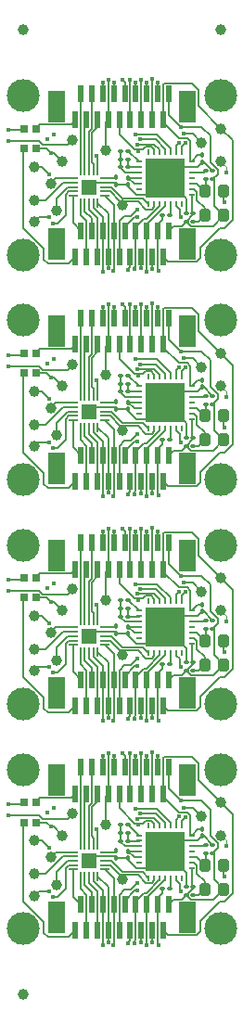
<source format=gbr>
%TF.GenerationSoftware,KiCad,Pcbnew,7.0.2-6a45011f42~172~ubuntu22.04.1*%
%TF.CreationDate,2023-05-08T14:44:33+01:00*%
%TF.ProjectId,panel,70616e65-6c2e-46b6-9963-61645f706362,rev?*%
%TF.SameCoordinates,Original*%
%TF.FileFunction,Copper,L1,Top*%
%TF.FilePolarity,Positive*%
%FSLAX46Y46*%
G04 Gerber Fmt 4.6, Leading zero omitted, Abs format (unit mm)*
G04 Created by KiCad (PCBNEW 7.0.2-6a45011f42~172~ubuntu22.04.1) date 2023-05-08 14:44:33*
%MOMM*%
%LPD*%
G01*
G04 APERTURE LIST*
G04 Aperture macros list*
%AMRoundRect*
0 Rectangle with rounded corners*
0 $1 Rounding radius*
0 $2 $3 $4 $5 $6 $7 $8 $9 X,Y pos of 4 corners*
0 Add a 4 corners polygon primitive as box body*
4,1,4,$2,$3,$4,$5,$6,$7,$8,$9,$2,$3,0*
0 Add four circle primitives for the rounded corners*
1,1,$1+$1,$2,$3*
1,1,$1+$1,$4,$5*
1,1,$1+$1,$6,$7*
1,1,$1+$1,$8,$9*
0 Add four rect primitives between the rounded corners*
20,1,$1+$1,$2,$3,$4,$5,0*
20,1,$1+$1,$4,$5,$6,$7,0*
20,1,$1+$1,$6,$7,$8,$9,0*
20,1,$1+$1,$8,$9,$2,$3,0*%
G04 Aperture macros list end*
%TA.AperFunction,SMDPad,CuDef*%
%ADD10C,1.000000*%
%TD*%
%TA.AperFunction,SMDPad,CuDef*%
%ADD11R,0.500000X1.600000*%
%TD*%
%TA.AperFunction,SMDPad,CuDef*%
%ADD12R,1.500000X2.900000*%
%TD*%
%TA.AperFunction,SMDPad,CuDef*%
%ADD13RoundRect,0.050000X0.375000X0.050000X-0.375000X0.050000X-0.375000X-0.050000X0.375000X-0.050000X0*%
%TD*%
%TA.AperFunction,SMDPad,CuDef*%
%ADD14RoundRect,0.050000X0.050000X0.375000X-0.050000X0.375000X-0.050000X-0.375000X0.050000X-0.375000X0*%
%TD*%
%TA.AperFunction,SMDPad,CuDef*%
%ADD15R,1.400000X1.400000*%
%TD*%
%TA.AperFunction,SMDPad,CuDef*%
%ADD16RoundRect,0.100000X0.130000X0.100000X-0.130000X0.100000X-0.130000X-0.100000X0.130000X-0.100000X0*%
%TD*%
%TA.AperFunction,SMDPad,CuDef*%
%ADD17C,3.000000*%
%TD*%
%TA.AperFunction,SMDPad,CuDef*%
%ADD18R,0.250000X0.600000*%
%TD*%
%TA.AperFunction,SMDPad,CuDef*%
%ADD19R,0.600000X0.250000*%
%TD*%
%TA.AperFunction,SMDPad,CuDef*%
%ADD20R,3.600000X3.600000*%
%TD*%
%TA.AperFunction,SMDPad,CuDef*%
%ADD21RoundRect,0.100000X-0.130000X-0.100000X0.130000X-0.100000X0.130000X0.100000X-0.130000X0.100000X0*%
%TD*%
%TA.AperFunction,SMDPad,CuDef*%
%ADD22R,0.700000X0.700000*%
%TD*%
%TA.AperFunction,SMDPad,CuDef*%
%ADD23RoundRect,0.100000X0.100000X-0.130000X0.100000X0.130000X-0.100000X0.130000X-0.100000X-0.130000X0*%
%TD*%
%TA.AperFunction,SMDPad,CuDef*%
%ADD24RoundRect,0.100000X-0.100000X0.130000X-0.100000X-0.130000X0.100000X-0.130000X0.100000X0.130000X0*%
%TD*%
%TA.AperFunction,SMDPad,CuDef*%
%ADD25RoundRect,0.237500X0.237500X0.362500X-0.237500X0.362500X-0.237500X-0.362500X0.237500X-0.362500X0*%
%TD*%
%TA.AperFunction,SMDPad,CuDef*%
%ADD26RoundRect,0.237500X-0.237500X0.362500X-0.237500X-0.362500X0.237500X-0.362500X0.237500X0.362500X0*%
%TD*%
%TA.AperFunction,ViaPad*%
%ADD27C,0.400000*%
%TD*%
%TA.AperFunction,Conductor*%
%ADD28C,0.127000*%
%TD*%
%TA.AperFunction,Conductor*%
%ADD29C,0.100000*%
%TD*%
G04 APERTURE END LIST*
D10*
%TO.P,TP10,1,1*%
%TO.N,Board_1-GND*%
X10000001Y-41000002D03*
%TD*%
D11*
%TO.P,J1,1,1*%
%TO.N,Board_1-LED_IN*%
X13750001Y-44200002D03*
%TO.P,J1,2,2*%
%TO.N,Board_1-ADD_IN1*%
X14250001Y-41800002D03*
%TO.P,J1,3,3*%
%TO.N,Board_1-ADD_IN2*%
X14750001Y-44200002D03*
%TO.P,J1,4,4*%
%TO.N,Board_1-ADD_IN3*%
X15250001Y-41800002D03*
%TO.P,J1,5,5*%
%TO.N,Board_1-ADD_IN4*%
X15750001Y-44200002D03*
%TO.P,J1,6,6*%
%TO.N,Board_1-I2C_SDA*%
X16250001Y-41800002D03*
%TO.P,J1,7,7*%
%TO.N,Board_1-I2C_SCL*%
X16750001Y-44200002D03*
%TO.P,J1,8,8*%
%TO.N,Board_1-RESETB*%
X17250001Y-41800002D03*
%TO.P,J1,9,9*%
%TO.N,Board_1-IN_ref*%
X17750001Y-44200002D03*
%TO.P,J1,10,10*%
%TO.N,Board_1-GND*%
X18250001Y-41800002D03*
%TO.P,J1,11,11*%
%TO.N,Board_1-AUX1*%
X18750001Y-44200002D03*
%TO.P,J1,12,12*%
%TO.N,Board_1-SCLK*%
X19250001Y-41800002D03*
%TO.P,J1,13,13*%
%TO.N,Board_1-AUX2*%
X19750001Y-44200002D03*
%TO.P,J1,14,14*%
%TO.N,Board_1-DIN*%
X20250001Y-41800002D03*
%TO.P,J1,15,15*%
%TO.N,Board_1-GND*%
X20750001Y-44200002D03*
%TO.P,J1,16,16*%
%TO.N,Board_1-DOUT*%
X21250001Y-41800002D03*
%TO.P,J1,17,17*%
%TO.N,Board_1-+5VA*%
X21750001Y-44200002D03*
%TO.P,J1,18,18*%
%TO.N,Board_1-+3.3V*%
X22250001Y-41800002D03*
D12*
%TO.P,J1,19,sh1*%
%TO.N,Board_1-unconnected-(J1-sh1-Pad19)*%
X12000001Y-43000002D03*
%TO.P,J1,20,sh2*%
%TO.N,Board_1-unconnected-(J1-sh2-Pad20)*%
X24000001Y-43000002D03*
%TD*%
D10*
%TO.P,TP6,1,1*%
%TO.N,Board_0-AUX1*%
X25250001Y-13250001D03*
%TD*%
%TO.P,TP8,1,1*%
%TO.N,Board_0-AUX2*%
X27000001Y-15000001D03*
%TD*%
D13*
%TO.P,U2,1,RESETB*%
%TO.N,Board_1-RESETB*%
X16440001Y-38620002D03*
%TO.P,U2,2,GPIO*%
%TO.N,Board_1-CS*%
X16440001Y-38220002D03*
%TO.P,U2,3,GPIO*%
%TO.N,Board_1-ALARMB*%
X16440001Y-37820002D03*
%TO.P,U2,4,GND*%
%TO.N,Board_1-GND*%
X16440001Y-37420002D03*
%TO.P,U2,5,Vcap*%
%TO.N,Board_1-/Vcap*%
X16440001Y-37020002D03*
D14*
%TO.P,U2,6,AVCC*%
%TO.N,Board_1-+3.3V*%
X15790001Y-36370002D03*
%TO.P,U2,7,GPIO*%
%TO.N,Board_1-ADD_OUT4*%
X15390001Y-36370002D03*
%TO.P,U2,8,GPIO*%
%TO.N,Board_1-ADD_OUT3*%
X14990001Y-36370002D03*
%TO.P,U2,9,GPIO*%
%TO.N,Board_1-ADD_OUT2*%
X14590001Y-36370002D03*
%TO.P,U2,10,GPIO*%
%TO.N,Board_1-ADD_OUT1*%
X14190001Y-36370002D03*
D13*
%TO.P,U2,11,GPIO*%
%TO.N,Board_1-OUT3*%
X13540001Y-37020002D03*
%TO.P,U2,12,GPIO*%
%TO.N,Board_1-OUT2*%
X13540001Y-37420002D03*
%TO.P,U2,13,GPIO*%
%TO.N,Board_1-OUT1*%
X13540001Y-37820002D03*
%TO.P,U2,14,GPIO*%
%TO.N,Board_1-D_RDYB*%
X13540001Y-38220002D03*
%TO.P,U2,15,GPIO*%
%TO.N,Board_1-ADD_IN1*%
X13540001Y-38620002D03*
D14*
%TO.P,U2,16,GPIO*%
%TO.N,Board_1-ADD_IN2*%
X14190001Y-39270002D03*
%TO.P,U2,17,GPIO*%
%TO.N,Board_1-ADD_IN3*%
X14590001Y-39270002D03*
%TO.P,U2,18,GPIO*%
%TO.N,Board_1-ADD_IN4*%
X14990001Y-39270002D03*
%TO.P,U2,19,I2C_SDA*%
%TO.N,Board_1-I2C_SDA*%
X15390001Y-39270002D03*
%TO.P,U2,20,I2C_SCL*%
%TO.N,Board_1-I2C_SCL*%
X15790001Y-39270002D03*
D15*
%TO.P,U2,21,GPIO*%
%TO.N,Board_1-GND*%
X14990001Y-37820002D03*
%TD*%
D16*
%TO.P,R4,1*%
%TO.N,Board_0-/sdo*%
X22360001Y-19870001D03*
%TO.P,R4,2*%
%TO.N,Board_0-DOUT*%
X21720001Y-19870001D03*
%TD*%
%TO.P,C1,1*%
%TO.N,Board_2-+3.3V*%
X26260001Y-57630003D03*
%TO.P,C1,2*%
%TO.N,Board_2-XTAL2*%
X25620001Y-57630003D03*
%TD*%
D17*
%TO.P,I4,1,conn*%
%TO.N,Board_0-unconnected-(I4-conn-Pad1)*%
X9000001Y-9000001D03*
%TD*%
D18*
%TO.P,U1,1,IN1*%
%TO.N,Board_1-IN1*%
X23450001Y-34600002D03*
%TO.P,U1,2,IN2*%
%TO.N,Board_1-IN2*%
X22950002Y-34600002D03*
%TO.P,U1,3,IN3*%
%TO.N,Board_1-IN3*%
X22450000Y-34600002D03*
%TO.P,U1,4,IN4*%
%TO.N,Board_1-IN4*%
X21950001Y-34600002D03*
%TO.P,U1,5,IN5*%
%TO.N,Board_1-IN5*%
X21450002Y-34600002D03*
%TO.P,U1,6,IN6*%
%TO.N,Board_1-IN_ref*%
X20950000Y-34600002D03*
%TO.P,U1,7,WCT*%
%TO.N,Board_1-unconnected-(U1-WCT-Pad7)*%
X20450001Y-34600002D03*
D19*
%TO.P,U1,8,CMOUT*%
%TO.N,Board_1-Net-(U1-CMOUT)*%
X19550001Y-35500002D03*
%TO.P,U1,9,RLDOUT*%
%TO.N,Board_1-Net-(U1-RLDOUT)*%
X19550001Y-36000001D03*
%TO.P,U1,10,RLDINV*%
%TO.N,Board_1-Net-(U1-RLDINV)*%
X19550001Y-36500003D03*
%TO.P,U1,11,RLDIN*%
%TO.N,Board_1-Net-(U1-RLDIN)*%
X19550001Y-37000002D03*
%TO.P,U1,12,RLDREF*%
X19550001Y-37500001D03*
%TO.P,U1,13,SYNCB*%
%TO.N,Board_1-unconnected-(U1-SYNCB-Pad13)*%
X19550001Y-38000003D03*
%TO.P,U1,14,VSSIO*%
%TO.N,Board_1-GND*%
X19550001Y-38500002D03*
D18*
%TO.P,U1,15,ALARMB*%
%TO.N,Board_1-ALARMB*%
X20450001Y-39400002D03*
%TO.P,U1,16,CSB*%
%TO.N,Board_1-CS*%
X20950000Y-39400002D03*
%TO.P,U1,17,SCLK*%
%TO.N,Board_1-SCLK*%
X21450002Y-39400002D03*
%TO.P,U1,18,SDI*%
%TO.N,Board_1-DIN*%
X21950001Y-39400002D03*
%TO.P,U1,19,SDO*%
%TO.N,Board_1-/sdo*%
X22450000Y-39400002D03*
%TO.P,U1,20,DRDYB*%
%TO.N,Board_1-D_RDYB*%
X22950002Y-39400002D03*
%TO.P,U1,21,CLK*%
%TO.N,Board_1-unconnected-(U1-CLK-Pad21)*%
X23450001Y-39400002D03*
D19*
%TO.P,U1,22,VDDIO*%
%TO.N,Board_1-+3.3V*%
X24350001Y-38500002D03*
%TO.P,U1,23,XTAL1*%
%TO.N,Board_1-XTAL1*%
X24350001Y-38000003D03*
%TO.P,U1,24,XTAL2*%
%TO.N,Board_1-XTAL2*%
X24350001Y-37500001D03*
%TO.P,U1,25,RSTB*%
%TO.N,Board_1-unconnected-(U1-RSTB-Pad25)*%
X24350001Y-37000002D03*
%TO.P,U1,26,CVREF*%
%TO.N,Board_1-/cvref*%
X24350001Y-36500003D03*
%TO.P,U1,27,VSS*%
%TO.N,Board_1-GND*%
X24350001Y-36000001D03*
%TO.P,U1,28,VDD*%
%TO.N,Board_1-+5VA*%
X24350001Y-35500002D03*
D20*
%TO.P,U1,29,EPAD*%
%TO.N,Board_1-GND*%
X21950001Y-37000002D03*
%TD*%
D21*
%TO.P,C4,1*%
%TO.N,Board_1-Net-(U1-RLDINV)*%
X17910001Y-35275002D03*
%TO.P,C4,2*%
%TO.N,Board_1-Net-(U1-RLDOUT)*%
X18550001Y-35275002D03*
%TD*%
D10*
%TO.P,TP2,1,1*%
%TO.N,Board_3-OUT1*%
X12000001Y-81000004D03*
%TD*%
D17*
%TO.P,I4,1,conn*%
%TO.N,Board_2-unconnected-(I4-conn-Pad1)*%
X9000001Y-50000003D03*
%TD*%
D22*
%TO.P,LED1,1,DO*%
%TO.N,Board_2-LED_OUT*%
X10150001Y-52985003D03*
%TO.P,LED1,2,GND*%
%TO.N,Board_2-GND*%
X9050001Y-52985003D03*
%TO.P,LED1,3,DI*%
%TO.N,Board_2-LED_IN*%
X9050001Y-54815003D03*
%TO.P,LED1,4,VDD*%
%TO.N,Board_2-+3.3V*%
X10150001Y-54815003D03*
%TD*%
D23*
%TO.P,C7,1*%
%TO.N,Board_0-GND*%
X17440001Y-17070001D03*
%TO.P,C7,2*%
%TO.N,Board_0-/Vcap*%
X17440001Y-16430001D03*
%TD*%
D11*
%TO.P,J1,1,1*%
%TO.N,Board_0-LED_IN*%
X13750001Y-23700001D03*
%TO.P,J1,2,2*%
%TO.N,Board_0-ADD_IN1*%
X14250001Y-21300001D03*
%TO.P,J1,3,3*%
%TO.N,Board_0-ADD_IN2*%
X14750001Y-23700001D03*
%TO.P,J1,4,4*%
%TO.N,Board_0-ADD_IN3*%
X15250001Y-21300001D03*
%TO.P,J1,5,5*%
%TO.N,Board_0-ADD_IN4*%
X15750001Y-23700001D03*
%TO.P,J1,6,6*%
%TO.N,Board_0-I2C_SDA*%
X16250001Y-21300001D03*
%TO.P,J1,7,7*%
%TO.N,Board_0-I2C_SCL*%
X16750001Y-23700001D03*
%TO.P,J1,8,8*%
%TO.N,Board_0-RESETB*%
X17250001Y-21300001D03*
%TO.P,J1,9,9*%
%TO.N,Board_0-IN_ref*%
X17750001Y-23700001D03*
%TO.P,J1,10,10*%
%TO.N,Board_0-GND*%
X18250001Y-21300001D03*
%TO.P,J1,11,11*%
%TO.N,Board_0-AUX1*%
X18750001Y-23700001D03*
%TO.P,J1,12,12*%
%TO.N,Board_0-SCLK*%
X19250001Y-21300001D03*
%TO.P,J1,13,13*%
%TO.N,Board_0-AUX2*%
X19750001Y-23700001D03*
%TO.P,J1,14,14*%
%TO.N,Board_0-DIN*%
X20250001Y-21300001D03*
%TO.P,J1,15,15*%
%TO.N,Board_0-GND*%
X20750001Y-23700001D03*
%TO.P,J1,16,16*%
%TO.N,Board_0-DOUT*%
X21250001Y-21300001D03*
%TO.P,J1,17,17*%
%TO.N,Board_0-+5VA*%
X21750001Y-23700001D03*
%TO.P,J1,18,18*%
%TO.N,Board_0-+3.3V*%
X22250001Y-21300001D03*
D12*
%TO.P,J1,19,sh1*%
%TO.N,Board_0-unconnected-(J1-sh1-Pad19)*%
X12000001Y-22500001D03*
%TO.P,J1,20,sh2*%
%TO.N,Board_0-unconnected-(J1-sh2-Pad20)*%
X24000001Y-22500001D03*
%TD*%
D11*
%TO.P,J2,1,1*%
%TO.N,Board_2-+3.3V*%
X22250001Y-49800003D03*
%TO.P,J2,2,2*%
%TO.N,Board_2-+5VA*%
X21750001Y-52200003D03*
%TO.P,J2,3,3*%
%TO.N,Board_2-DOUT*%
X21250001Y-49800003D03*
%TO.P,J2,4,4*%
%TO.N,Board_2-GND*%
X20750001Y-52200003D03*
%TO.P,J2,5,5*%
%TO.N,Board_2-DIN*%
X20250001Y-49800003D03*
%TO.P,J2,6,6*%
%TO.N,Board_2-AUX2*%
X19750001Y-52200003D03*
%TO.P,J2,7,7*%
%TO.N,Board_2-SCLK*%
X19250001Y-49800003D03*
%TO.P,J2,8,8*%
%TO.N,Board_2-AUX1*%
X18750001Y-52200003D03*
%TO.P,J2,9,9*%
%TO.N,Board_2-GND*%
X18250001Y-49800003D03*
%TO.P,J2,10,10*%
%TO.N,Board_2-IN_ref*%
X17750001Y-52200003D03*
%TO.P,J2,11,11*%
%TO.N,Board_2-RESETB*%
X17250001Y-49800003D03*
%TO.P,J2,12,12*%
%TO.N,Board_2-I2C_SCL*%
X16750001Y-52200003D03*
%TO.P,J2,13,13*%
%TO.N,Board_2-I2C_SDA*%
X16250001Y-49800003D03*
%TO.P,J2,14,14*%
%TO.N,Board_2-ADD_OUT4*%
X15750001Y-52200003D03*
%TO.P,J2,15,15*%
%TO.N,Board_2-ADD_OUT3*%
X15250001Y-49800003D03*
%TO.P,J2,16,16*%
%TO.N,Board_2-ADD_OUT2*%
X14750001Y-52200003D03*
%TO.P,J2,17,17*%
%TO.N,Board_2-ADD_OUT1*%
X14250001Y-49800003D03*
%TO.P,J2,18,18*%
%TO.N,Board_2-LED_OUT*%
X13750001Y-52200003D03*
D12*
%TO.P,J2,19,sh1*%
%TO.N,Board_2-unconnected-(J2-sh1-Pad19)*%
X24000001Y-51000003D03*
%TO.P,J2,20,sh2*%
%TO.N,Board_2-unconnected-(J2-sh2-Pad20)*%
X12000001Y-51000003D03*
%TD*%
D18*
%TO.P,U1,1,IN1*%
%TO.N,Board_2-IN1*%
X23450001Y-55100003D03*
%TO.P,U1,2,IN2*%
%TO.N,Board_2-IN2*%
X22950002Y-55100003D03*
%TO.P,U1,3,IN3*%
%TO.N,Board_2-IN3*%
X22450000Y-55100003D03*
%TO.P,U1,4,IN4*%
%TO.N,Board_2-IN4*%
X21950001Y-55100003D03*
%TO.P,U1,5,IN5*%
%TO.N,Board_2-IN5*%
X21450002Y-55100003D03*
%TO.P,U1,6,IN6*%
%TO.N,Board_2-IN_ref*%
X20950000Y-55100003D03*
%TO.P,U1,7,WCT*%
%TO.N,Board_2-unconnected-(U1-WCT-Pad7)*%
X20450001Y-55100003D03*
D19*
%TO.P,U1,8,CMOUT*%
%TO.N,Board_2-Net-(U1-CMOUT)*%
X19550001Y-56000003D03*
%TO.P,U1,9,RLDOUT*%
%TO.N,Board_2-Net-(U1-RLDOUT)*%
X19550001Y-56500002D03*
%TO.P,U1,10,RLDINV*%
%TO.N,Board_2-Net-(U1-RLDINV)*%
X19550001Y-57000004D03*
%TO.P,U1,11,RLDIN*%
%TO.N,Board_2-Net-(U1-RLDIN)*%
X19550001Y-57500003D03*
%TO.P,U1,12,RLDREF*%
X19550001Y-58000002D03*
%TO.P,U1,13,SYNCB*%
%TO.N,Board_2-unconnected-(U1-SYNCB-Pad13)*%
X19550001Y-58500004D03*
%TO.P,U1,14,VSSIO*%
%TO.N,Board_2-GND*%
X19550001Y-59000003D03*
D18*
%TO.P,U1,15,ALARMB*%
%TO.N,Board_2-ALARMB*%
X20450001Y-59900003D03*
%TO.P,U1,16,CSB*%
%TO.N,Board_2-CS*%
X20950000Y-59900003D03*
%TO.P,U1,17,SCLK*%
%TO.N,Board_2-SCLK*%
X21450002Y-59900003D03*
%TO.P,U1,18,SDI*%
%TO.N,Board_2-DIN*%
X21950001Y-59900003D03*
%TO.P,U1,19,SDO*%
%TO.N,Board_2-/sdo*%
X22450000Y-59900003D03*
%TO.P,U1,20,DRDYB*%
%TO.N,Board_2-D_RDYB*%
X22950002Y-59900003D03*
%TO.P,U1,21,CLK*%
%TO.N,Board_2-unconnected-(U1-CLK-Pad21)*%
X23450001Y-59900003D03*
D19*
%TO.P,U1,22,VDDIO*%
%TO.N,Board_2-+3.3V*%
X24350001Y-59000003D03*
%TO.P,U1,23,XTAL1*%
%TO.N,Board_2-XTAL1*%
X24350001Y-58500004D03*
%TO.P,U1,24,XTAL2*%
%TO.N,Board_2-XTAL2*%
X24350001Y-58000002D03*
%TO.P,U1,25,RSTB*%
%TO.N,Board_2-unconnected-(U1-RSTB-Pad25)*%
X24350001Y-57500003D03*
%TO.P,U1,26,CVREF*%
%TO.N,Board_2-/cvref*%
X24350001Y-57000004D03*
%TO.P,U1,27,VSS*%
%TO.N,Board_2-GND*%
X24350001Y-56500002D03*
%TO.P,U1,28,VDD*%
%TO.N,Board_2-+5VA*%
X24350001Y-56000003D03*
D20*
%TO.P,U1,29,EPAD*%
%TO.N,Board_2-GND*%
X21950001Y-57500003D03*
%TD*%
D23*
%TO.P,C7,1*%
%TO.N,Board_2-GND*%
X17440001Y-58070003D03*
%TO.P,C7,2*%
%TO.N,Board_2-/Vcap*%
X17440001Y-57430003D03*
%TD*%
D18*
%TO.P,U1,1,IN1*%
%TO.N,Board_3-IN1*%
X23450001Y-75600004D03*
%TO.P,U1,2,IN2*%
%TO.N,Board_3-IN2*%
X22950002Y-75600004D03*
%TO.P,U1,3,IN3*%
%TO.N,Board_3-IN3*%
X22450000Y-75600004D03*
%TO.P,U1,4,IN4*%
%TO.N,Board_3-IN4*%
X21950001Y-75600004D03*
%TO.P,U1,5,IN5*%
%TO.N,Board_3-IN5*%
X21450002Y-75600004D03*
%TO.P,U1,6,IN6*%
%TO.N,Board_3-IN_ref*%
X20950000Y-75600004D03*
%TO.P,U1,7,WCT*%
%TO.N,Board_3-unconnected-(U1-WCT-Pad7)*%
X20450001Y-75600004D03*
D19*
%TO.P,U1,8,CMOUT*%
%TO.N,Board_3-Net-(U1-CMOUT)*%
X19550001Y-76500004D03*
%TO.P,U1,9,RLDOUT*%
%TO.N,Board_3-Net-(U1-RLDOUT)*%
X19550001Y-77000003D03*
%TO.P,U1,10,RLDINV*%
%TO.N,Board_3-Net-(U1-RLDINV)*%
X19550001Y-77500005D03*
%TO.P,U1,11,RLDIN*%
%TO.N,Board_3-Net-(U1-RLDIN)*%
X19550001Y-78000004D03*
%TO.P,U1,12,RLDREF*%
X19550001Y-78500003D03*
%TO.P,U1,13,SYNCB*%
%TO.N,Board_3-unconnected-(U1-SYNCB-Pad13)*%
X19550001Y-79000005D03*
%TO.P,U1,14,VSSIO*%
%TO.N,Board_3-GND*%
X19550001Y-79500004D03*
D18*
%TO.P,U1,15,ALARMB*%
%TO.N,Board_3-ALARMB*%
X20450001Y-80400004D03*
%TO.P,U1,16,CSB*%
%TO.N,Board_3-CS*%
X20950000Y-80400004D03*
%TO.P,U1,17,SCLK*%
%TO.N,Board_3-SCLK*%
X21450002Y-80400004D03*
%TO.P,U1,18,SDI*%
%TO.N,Board_3-DIN*%
X21950001Y-80400004D03*
%TO.P,U1,19,SDO*%
%TO.N,Board_3-/sdo*%
X22450000Y-80400004D03*
%TO.P,U1,20,DRDYB*%
%TO.N,Board_3-D_RDYB*%
X22950002Y-80400004D03*
%TO.P,U1,21,CLK*%
%TO.N,Board_3-unconnected-(U1-CLK-Pad21)*%
X23450001Y-80400004D03*
D19*
%TO.P,U1,22,VDDIO*%
%TO.N,Board_3-+3.3V*%
X24350001Y-79500004D03*
%TO.P,U1,23,XTAL1*%
%TO.N,Board_3-XTAL1*%
X24350001Y-79000005D03*
%TO.P,U1,24,XTAL2*%
%TO.N,Board_3-XTAL2*%
X24350001Y-78500003D03*
%TO.P,U1,25,RSTB*%
%TO.N,Board_3-unconnected-(U1-RSTB-Pad25)*%
X24350001Y-78000004D03*
%TO.P,U1,26,CVREF*%
%TO.N,Board_3-/cvref*%
X24350001Y-77500005D03*
%TO.P,U1,27,VSS*%
%TO.N,Board_3-GND*%
X24350001Y-77000003D03*
%TO.P,U1,28,VDD*%
%TO.N,Board_3-+5VA*%
X24350001Y-76500004D03*
D20*
%TO.P,U1,29,EPAD*%
%TO.N,Board_3-GND*%
X21950001Y-78000004D03*
%TD*%
D10*
%TO.P,TP5,1,1*%
%TO.N,Board_0-I2C_SCL*%
X16500001Y-14000001D03*
%TD*%
%TO.P,TP5,1,1*%
%TO.N,Board_1-I2C_SCL*%
X16500001Y-34500002D03*
%TD*%
D21*
%TO.P,C2,1*%
%TO.N,Board_0-+3.3V*%
X23850001Y-20480001D03*
%TO.P,C2,2*%
%TO.N,Board_0-XTAL1*%
X24490001Y-20480001D03*
%TD*%
D10*
%TO.P,TP7,1,1*%
%TO.N,Board_3-RESETB*%
X10000002Y-77000004D03*
%TD*%
D23*
%TO.P,C7,1*%
%TO.N,Board_1-GND*%
X17440001Y-37570002D03*
%TO.P,C7,2*%
%TO.N,Board_1-/Vcap*%
X17440001Y-36930002D03*
%TD*%
D21*
%TO.P,C4,1*%
%TO.N,Board_0-Net-(U1-RLDINV)*%
X17910001Y-14775001D03*
%TO.P,C4,2*%
%TO.N,Board_0-Net-(U1-RLDOUT)*%
X18550001Y-14775001D03*
%TD*%
%TO.P,R1,1*%
%TO.N,Board_1-Net-(U1-RLDINV)*%
X17910001Y-34525002D03*
%TO.P,R1,2*%
%TO.N,Board_1-Net-(U1-CMOUT)*%
X18550001Y-34525002D03*
%TD*%
D10*
%TO.P,REF\u002A\u002A,*%
%TO.N,*%
X9000000Y-91000004D03*
%TD*%
D16*
%TO.P,C8,1*%
%TO.N,Board_2-+3.3V*%
X24490001Y-60720003D03*
%TO.P,C8,2*%
%TO.N,Board_2-GND*%
X23850001Y-60720003D03*
%TD*%
D10*
%TO.P,TP9,1,1*%
%TO.N,Board_1-OUT3*%
X11500002Y-37500001D03*
%TD*%
D23*
%TO.P,C7,1*%
%TO.N,Board_3-GND*%
X17440001Y-78570004D03*
%TO.P,C7,2*%
%TO.N,Board_3-/Vcap*%
X17440001Y-77930004D03*
%TD*%
D10*
%TO.P,TP3,1,1*%
%TO.N,Board_3-OUT2*%
X10000001Y-80000004D03*
%TD*%
D17*
%TO.P,I1,1,conn*%
%TO.N,Board_3-unconnected-(I1-conn-Pad1)*%
X9000001Y-85000004D03*
%TD*%
D10*
%TO.P,TP10,1,1*%
%TO.N,Board_3-GND*%
X10000001Y-82000004D03*
%TD*%
D21*
%TO.P,C4,1*%
%TO.N,Board_3-Net-(U1-RLDINV)*%
X17910001Y-76275004D03*
%TO.P,C4,2*%
%TO.N,Board_3-Net-(U1-RLDOUT)*%
X18550001Y-76275004D03*
%TD*%
D16*
%TO.P,C1,1*%
%TO.N,Board_3-+3.3V*%
X26260001Y-78130004D03*
%TO.P,C1,2*%
%TO.N,Board_3-XTAL2*%
X25620001Y-78130004D03*
%TD*%
D11*
%TO.P,J1,1,1*%
%TO.N,Board_2-LED_IN*%
X13750001Y-64700003D03*
%TO.P,J1,2,2*%
%TO.N,Board_2-ADD_IN1*%
X14250001Y-62300003D03*
%TO.P,J1,3,3*%
%TO.N,Board_2-ADD_IN2*%
X14750001Y-64700003D03*
%TO.P,J1,4,4*%
%TO.N,Board_2-ADD_IN3*%
X15250001Y-62300003D03*
%TO.P,J1,5,5*%
%TO.N,Board_2-ADD_IN4*%
X15750001Y-64700003D03*
%TO.P,J1,6,6*%
%TO.N,Board_2-I2C_SDA*%
X16250001Y-62300003D03*
%TO.P,J1,7,7*%
%TO.N,Board_2-I2C_SCL*%
X16750001Y-64700003D03*
%TO.P,J1,8,8*%
%TO.N,Board_2-RESETB*%
X17250001Y-62300003D03*
%TO.P,J1,9,9*%
%TO.N,Board_2-IN_ref*%
X17750001Y-64700003D03*
%TO.P,J1,10,10*%
%TO.N,Board_2-GND*%
X18250001Y-62300003D03*
%TO.P,J1,11,11*%
%TO.N,Board_2-AUX1*%
X18750001Y-64700003D03*
%TO.P,J1,12,12*%
%TO.N,Board_2-SCLK*%
X19250001Y-62300003D03*
%TO.P,J1,13,13*%
%TO.N,Board_2-AUX2*%
X19750001Y-64700003D03*
%TO.P,J1,14,14*%
%TO.N,Board_2-DIN*%
X20250001Y-62300003D03*
%TO.P,J1,15,15*%
%TO.N,Board_2-GND*%
X20750001Y-64700003D03*
%TO.P,J1,16,16*%
%TO.N,Board_2-DOUT*%
X21250001Y-62300003D03*
%TO.P,J1,17,17*%
%TO.N,Board_2-+5VA*%
X21750001Y-64700003D03*
%TO.P,J1,18,18*%
%TO.N,Board_2-+3.3V*%
X22250001Y-62300003D03*
D12*
%TO.P,J1,19,sh1*%
%TO.N,Board_2-unconnected-(J1-sh1-Pad19)*%
X12000001Y-63500003D03*
%TO.P,J1,20,sh2*%
%TO.N,Board_2-unconnected-(J1-sh2-Pad20)*%
X24000001Y-63500003D03*
%TD*%
D10*
%TO.P,TP2,1,1*%
%TO.N,Board_1-OUT1*%
X12000001Y-40000002D03*
%TD*%
D13*
%TO.P,U2,1,RESETB*%
%TO.N,Board_3-RESETB*%
X16440001Y-79620004D03*
%TO.P,U2,2,GPIO*%
%TO.N,Board_3-CS*%
X16440001Y-79220004D03*
%TO.P,U2,3,GPIO*%
%TO.N,Board_3-ALARMB*%
X16440001Y-78820004D03*
%TO.P,U2,4,GND*%
%TO.N,Board_3-GND*%
X16440001Y-78420004D03*
%TO.P,U2,5,Vcap*%
%TO.N,Board_3-/Vcap*%
X16440001Y-78020004D03*
D14*
%TO.P,U2,6,AVCC*%
%TO.N,Board_3-+3.3V*%
X15790001Y-77370004D03*
%TO.P,U2,7,GPIO*%
%TO.N,Board_3-ADD_OUT4*%
X15390001Y-77370004D03*
%TO.P,U2,8,GPIO*%
%TO.N,Board_3-ADD_OUT3*%
X14990001Y-77370004D03*
%TO.P,U2,9,GPIO*%
%TO.N,Board_3-ADD_OUT2*%
X14590001Y-77370004D03*
%TO.P,U2,10,GPIO*%
%TO.N,Board_3-ADD_OUT1*%
X14190001Y-77370004D03*
D13*
%TO.P,U2,11,GPIO*%
%TO.N,Board_3-OUT3*%
X13540001Y-78020004D03*
%TO.P,U2,12,GPIO*%
%TO.N,Board_3-OUT2*%
X13540001Y-78420004D03*
%TO.P,U2,13,GPIO*%
%TO.N,Board_3-OUT1*%
X13540001Y-78820004D03*
%TO.P,U2,14,GPIO*%
%TO.N,Board_3-D_RDYB*%
X13540001Y-79220004D03*
%TO.P,U2,15,GPIO*%
%TO.N,Board_3-ADD_IN1*%
X13540001Y-79620004D03*
D14*
%TO.P,U2,16,GPIO*%
%TO.N,Board_3-ADD_IN2*%
X14190001Y-80270004D03*
%TO.P,U2,17,GPIO*%
%TO.N,Board_3-ADD_IN3*%
X14590001Y-80270004D03*
%TO.P,U2,18,GPIO*%
%TO.N,Board_3-ADD_IN4*%
X14990001Y-80270004D03*
%TO.P,U2,19,I2C_SDA*%
%TO.N,Board_3-I2C_SDA*%
X15390001Y-80270004D03*
%TO.P,U2,20,I2C_SCL*%
%TO.N,Board_3-I2C_SCL*%
X15790001Y-80270004D03*
D15*
%TO.P,U2,21,GPIO*%
%TO.N,Board_3-GND*%
X14990001Y-78820004D03*
%TD*%
D10*
%TO.P,TP12,1,1*%
%TO.N,Board_1-+3.3V*%
X12500001Y-35500002D03*
%TD*%
%TO.P,TP10,1,1*%
%TO.N,Board_2-GND*%
X10000001Y-61500003D03*
%TD*%
D17*
%TO.P,I1,1,conn*%
%TO.N,Board_0-unconnected-(I1-conn-Pad1)*%
X9000001Y-23500001D03*
%TD*%
D11*
%TO.P,J2,1,1*%
%TO.N,Board_3-+3.3V*%
X22250001Y-70300004D03*
%TO.P,J2,2,2*%
%TO.N,Board_3-+5VA*%
X21750001Y-72700004D03*
%TO.P,J2,3,3*%
%TO.N,Board_3-DOUT*%
X21250001Y-70300004D03*
%TO.P,J2,4,4*%
%TO.N,Board_3-GND*%
X20750001Y-72700004D03*
%TO.P,J2,5,5*%
%TO.N,Board_3-DIN*%
X20250001Y-70300004D03*
%TO.P,J2,6,6*%
%TO.N,Board_3-AUX2*%
X19750001Y-72700004D03*
%TO.P,J2,7,7*%
%TO.N,Board_3-SCLK*%
X19250001Y-70300004D03*
%TO.P,J2,8,8*%
%TO.N,Board_3-AUX1*%
X18750001Y-72700004D03*
%TO.P,J2,9,9*%
%TO.N,Board_3-GND*%
X18250001Y-70300004D03*
%TO.P,J2,10,10*%
%TO.N,Board_3-IN_ref*%
X17750001Y-72700004D03*
%TO.P,J2,11,11*%
%TO.N,Board_3-RESETB*%
X17250001Y-70300004D03*
%TO.P,J2,12,12*%
%TO.N,Board_3-I2C_SCL*%
X16750001Y-72700004D03*
%TO.P,J2,13,13*%
%TO.N,Board_3-I2C_SDA*%
X16250001Y-70300004D03*
%TO.P,J2,14,14*%
%TO.N,Board_3-ADD_OUT4*%
X15750001Y-72700004D03*
%TO.P,J2,15,15*%
%TO.N,Board_3-ADD_OUT3*%
X15250001Y-70300004D03*
%TO.P,J2,16,16*%
%TO.N,Board_3-ADD_OUT2*%
X14750001Y-72700004D03*
%TO.P,J2,17,17*%
%TO.N,Board_3-ADD_OUT1*%
X14250001Y-70300004D03*
%TO.P,J2,18,18*%
%TO.N,Board_3-LED_OUT*%
X13750001Y-72700004D03*
D12*
%TO.P,J2,19,sh1*%
%TO.N,Board_3-unconnected-(J2-sh1-Pad19)*%
X24000001Y-71500004D03*
%TO.P,J2,20,sh2*%
%TO.N,Board_3-unconnected-(J2-sh2-Pad20)*%
X12000001Y-71500004D03*
%TD*%
D10*
%TO.P,REF\u002A\u002A,*%
%TO.N,*%
X9000000Y-3000000D03*
%TD*%
D21*
%TO.P,R2,1*%
%TO.N,Board_0-Net-(U1-RLDINV)*%
X17910001Y-15525001D03*
%TO.P,R2,2*%
%TO.N,Board_0-Net-(U1-RLDOUT)*%
X18550001Y-15525001D03*
%TD*%
D13*
%TO.P,U2,1,RESETB*%
%TO.N,Board_2-RESETB*%
X16440001Y-59120003D03*
%TO.P,U2,2,GPIO*%
%TO.N,Board_2-CS*%
X16440001Y-58720003D03*
%TO.P,U2,3,GPIO*%
%TO.N,Board_2-ALARMB*%
X16440001Y-58320003D03*
%TO.P,U2,4,GND*%
%TO.N,Board_2-GND*%
X16440001Y-57920003D03*
%TO.P,U2,5,Vcap*%
%TO.N,Board_2-/Vcap*%
X16440001Y-57520003D03*
D14*
%TO.P,U2,6,AVCC*%
%TO.N,Board_2-+3.3V*%
X15790001Y-56870003D03*
%TO.P,U2,7,GPIO*%
%TO.N,Board_2-ADD_OUT4*%
X15390001Y-56870003D03*
%TO.P,U2,8,GPIO*%
%TO.N,Board_2-ADD_OUT3*%
X14990001Y-56870003D03*
%TO.P,U2,9,GPIO*%
%TO.N,Board_2-ADD_OUT2*%
X14590001Y-56870003D03*
%TO.P,U2,10,GPIO*%
%TO.N,Board_2-ADD_OUT1*%
X14190001Y-56870003D03*
D13*
%TO.P,U2,11,GPIO*%
%TO.N,Board_2-OUT3*%
X13540001Y-57520003D03*
%TO.P,U2,12,GPIO*%
%TO.N,Board_2-OUT2*%
X13540001Y-57920003D03*
%TO.P,U2,13,GPIO*%
%TO.N,Board_2-OUT1*%
X13540001Y-58320003D03*
%TO.P,U2,14,GPIO*%
%TO.N,Board_2-D_RDYB*%
X13540001Y-58720003D03*
%TO.P,U2,15,GPIO*%
%TO.N,Board_2-ADD_IN1*%
X13540001Y-59120003D03*
D14*
%TO.P,U2,16,GPIO*%
%TO.N,Board_2-ADD_IN2*%
X14190001Y-59770003D03*
%TO.P,U2,17,GPIO*%
%TO.N,Board_2-ADD_IN3*%
X14590001Y-59770003D03*
%TO.P,U2,18,GPIO*%
%TO.N,Board_2-ADD_IN4*%
X14990001Y-59770003D03*
%TO.P,U2,19,I2C_SDA*%
%TO.N,Board_2-I2C_SDA*%
X15390001Y-59770003D03*
%TO.P,U2,20,I2C_SCL*%
%TO.N,Board_2-I2C_SCL*%
X15790001Y-59770003D03*
D15*
%TO.P,U2,21,GPIO*%
%TO.N,Board_2-GND*%
X14990001Y-58320003D03*
%TD*%
D10*
%TO.P,TP4,1,1*%
%TO.N,Board_1-I2C_SDA*%
X13500001Y-33500002D03*
%TD*%
D17*
%TO.P,I2,1,conn*%
%TO.N,Board_2-unconnected-(I2-conn-Pad1)*%
X27000001Y-64500003D03*
%TD*%
D21*
%TO.P,R2,1*%
%TO.N,Board_1-Net-(U1-RLDINV)*%
X17910001Y-36025002D03*
%TO.P,R2,2*%
%TO.N,Board_1-Net-(U1-RLDOUT)*%
X18550001Y-36025002D03*
%TD*%
%TO.P,R2,1*%
%TO.N,Board_3-Net-(U1-RLDINV)*%
X17910001Y-77025004D03*
%TO.P,R2,2*%
%TO.N,Board_3-Net-(U1-RLDOUT)*%
X18550001Y-77025004D03*
%TD*%
D10*
%TO.P,TP12,1,1*%
%TO.N,Board_0-+3.3V*%
X12500001Y-15000001D03*
%TD*%
D24*
%TO.P,C5,1*%
%TO.N,Board_2-+5VA*%
X25330001Y-55430003D03*
%TO.P,C5,2*%
%TO.N,Board_2-GND*%
X25330001Y-56070003D03*
%TD*%
D10*
%TO.P,TP3,1,1*%
%TO.N,Board_2-OUT2*%
X10000001Y-59500003D03*
%TD*%
D21*
%TO.P,R1,1*%
%TO.N,Board_3-Net-(U1-RLDINV)*%
X17910001Y-75525004D03*
%TO.P,R1,2*%
%TO.N,Board_3-Net-(U1-CMOUT)*%
X18550001Y-75525004D03*
%TD*%
%TO.P,R1,1*%
%TO.N,Board_2-Net-(U1-RLDINV)*%
X17910001Y-55025003D03*
%TO.P,R1,2*%
%TO.N,Board_2-Net-(U1-CMOUT)*%
X18550001Y-55025003D03*
%TD*%
D10*
%TO.P,TP4,1,1*%
%TO.N,Board_2-I2C_SDA*%
X13500001Y-54000003D03*
%TD*%
D17*
%TO.P,I3,1,conn*%
%TO.N,Board_2-unconnected-(I3-conn-Pad1)*%
X27000001Y-50000003D03*
%TD*%
D16*
%TO.P,C8,1*%
%TO.N,Board_0-+3.3V*%
X24490001Y-19720001D03*
%TO.P,C8,2*%
%TO.N,Board_0-GND*%
X23850001Y-19720001D03*
%TD*%
D10*
%TO.P,TP8,1,1*%
%TO.N,Board_1-AUX2*%
X27000001Y-35500002D03*
%TD*%
D16*
%TO.P,R4,1*%
%TO.N,Board_1-/sdo*%
X22360001Y-40370002D03*
%TO.P,R4,2*%
%TO.N,Board_1-DOUT*%
X21720001Y-40370002D03*
%TD*%
D11*
%TO.P,J2,1,1*%
%TO.N,Board_0-+3.3V*%
X22250001Y-8800001D03*
%TO.P,J2,2,2*%
%TO.N,Board_0-+5VA*%
X21750001Y-11200001D03*
%TO.P,J2,3,3*%
%TO.N,Board_0-DOUT*%
X21250001Y-8800001D03*
%TO.P,J2,4,4*%
%TO.N,Board_0-GND*%
X20750001Y-11200001D03*
%TO.P,J2,5,5*%
%TO.N,Board_0-DIN*%
X20250001Y-8800001D03*
%TO.P,J2,6,6*%
%TO.N,Board_0-AUX2*%
X19750001Y-11200001D03*
%TO.P,J2,7,7*%
%TO.N,Board_0-SCLK*%
X19250001Y-8800001D03*
%TO.P,J2,8,8*%
%TO.N,Board_0-AUX1*%
X18750001Y-11200001D03*
%TO.P,J2,9,9*%
%TO.N,Board_0-GND*%
X18250001Y-8800001D03*
%TO.P,J2,10,10*%
%TO.N,Board_0-IN_ref*%
X17750001Y-11200001D03*
%TO.P,J2,11,11*%
%TO.N,Board_0-RESETB*%
X17250001Y-8800001D03*
%TO.P,J2,12,12*%
%TO.N,Board_0-I2C_SCL*%
X16750001Y-11200001D03*
%TO.P,J2,13,13*%
%TO.N,Board_0-I2C_SDA*%
X16250001Y-8800001D03*
%TO.P,J2,14,14*%
%TO.N,Board_0-ADD_OUT4*%
X15750001Y-11200001D03*
%TO.P,J2,15,15*%
%TO.N,Board_0-ADD_OUT3*%
X15250001Y-8800001D03*
%TO.P,J2,16,16*%
%TO.N,Board_0-ADD_OUT2*%
X14750001Y-11200001D03*
%TO.P,J2,17,17*%
%TO.N,Board_0-ADD_OUT1*%
X14250001Y-8800001D03*
%TO.P,J2,18,18*%
%TO.N,Board_0-LED_OUT*%
X13750001Y-11200001D03*
D12*
%TO.P,J2,19,sh1*%
%TO.N,Board_0-unconnected-(J2-sh1-Pad19)*%
X24000001Y-10000001D03*
%TO.P,J2,20,sh2*%
%TO.N,Board_0-unconnected-(J2-sh2-Pad20)*%
X12000001Y-10000001D03*
%TD*%
D21*
%TO.P,R2,1*%
%TO.N,Board_2-Net-(U1-RLDINV)*%
X17910001Y-56525003D03*
%TO.P,R2,2*%
%TO.N,Board_2-Net-(U1-RLDOUT)*%
X18550001Y-56525003D03*
%TD*%
D16*
%TO.P,C1,1*%
%TO.N,Board_1-+3.3V*%
X26260001Y-37130002D03*
%TO.P,C1,2*%
%TO.N,Board_1-XTAL2*%
X25620001Y-37130002D03*
%TD*%
D21*
%TO.P,C6,1*%
%TO.N,Board_3-/cvref*%
X25620001Y-77370004D03*
%TO.P,C6,2*%
%TO.N,Board_3-GND*%
X26260001Y-77370004D03*
%TD*%
D10*
%TO.P,TP2,1,1*%
%TO.N,Board_0-OUT1*%
X12000001Y-19500001D03*
%TD*%
D24*
%TO.P,C5,1*%
%TO.N,Board_0-+5VA*%
X25330001Y-14430001D03*
%TO.P,C5,2*%
%TO.N,Board_0-GND*%
X25330001Y-15070001D03*
%TD*%
%TO.P,C3,1*%
%TO.N,Board_1-Net-(U1-RLDIN)*%
X18580001Y-36970002D03*
%TO.P,C3,2*%
%TO.N,Board_1-GND*%
X18580001Y-37610002D03*
%TD*%
D16*
%TO.P,C8,1*%
%TO.N,Board_3-+3.3V*%
X24490001Y-81220004D03*
%TO.P,C8,2*%
%TO.N,Board_3-GND*%
X23850001Y-81220004D03*
%TD*%
D10*
%TO.P,TP4,1,1*%
%TO.N,Board_3-I2C_SDA*%
X13500001Y-74500004D03*
%TD*%
%TO.P,TP7,1,1*%
%TO.N,Board_2-RESETB*%
X10000002Y-56500003D03*
%TD*%
D21*
%TO.P,C6,1*%
%TO.N,Board_1-/cvref*%
X25620001Y-36370002D03*
%TO.P,C6,2*%
%TO.N,Board_1-GND*%
X26260001Y-36370002D03*
%TD*%
D10*
%TO.P,TP8,1,1*%
%TO.N,Board_3-AUX2*%
X27000001Y-76500004D03*
%TD*%
%TO.P,TP3,1,1*%
%TO.N,Board_0-OUT2*%
X10000001Y-18500001D03*
%TD*%
D21*
%TO.P,C2,1*%
%TO.N,Board_1-+3.3V*%
X23850001Y-40980002D03*
%TO.P,C2,2*%
%TO.N,Board_1-XTAL1*%
X24490001Y-40980002D03*
%TD*%
D10*
%TO.P,TP4,1,1*%
%TO.N,Board_0-I2C_SDA*%
X13500001Y-13000001D03*
%TD*%
D17*
%TO.P,I1,1,conn*%
%TO.N,Board_2-unconnected-(I1-conn-Pad1)*%
X9000001Y-64500003D03*
%TD*%
%TO.P,I2,1,conn*%
%TO.N,Board_3-unconnected-(I2-conn-Pad1)*%
X27000001Y-85000004D03*
%TD*%
D21*
%TO.P,C6,1*%
%TO.N,Board_2-/cvref*%
X25620001Y-56870003D03*
%TO.P,C6,2*%
%TO.N,Board_2-GND*%
X26260001Y-56870003D03*
%TD*%
D17*
%TO.P,I4,1,conn*%
%TO.N,Board_1-unconnected-(I4-conn-Pad1)*%
X9000001Y-29500002D03*
%TD*%
D10*
%TO.P,TP6,1,1*%
%TO.N,Board_1-AUX1*%
X25250001Y-33750002D03*
%TD*%
D24*
%TO.P,C5,1*%
%TO.N,Board_1-+5VA*%
X25330001Y-34930002D03*
%TO.P,C5,2*%
%TO.N,Board_1-GND*%
X25330001Y-35570002D03*
%TD*%
D17*
%TO.P,I3,1,conn*%
%TO.N,Board_1-unconnected-(I3-conn-Pad1)*%
X27000001Y-29500002D03*
%TD*%
%TO.P,I4,1,conn*%
%TO.N,Board_3-unconnected-(I4-conn-Pad1)*%
X9000001Y-70500004D03*
%TD*%
D10*
%TO.P,REF\u002A\u002A,*%
%TO.N,*%
X27000001Y-3000000D03*
%TD*%
D24*
%TO.P,C5,1*%
%TO.N,Board_3-+5VA*%
X25330001Y-75930004D03*
%TO.P,C5,2*%
%TO.N,Board_3-GND*%
X25330001Y-76570004D03*
%TD*%
D11*
%TO.P,J1,1,1*%
%TO.N,Board_3-LED_IN*%
X13750001Y-85200004D03*
%TO.P,J1,2,2*%
%TO.N,Board_3-ADD_IN1*%
X14250001Y-82800004D03*
%TO.P,J1,3,3*%
%TO.N,Board_3-ADD_IN2*%
X14750001Y-85200004D03*
%TO.P,J1,4,4*%
%TO.N,Board_3-ADD_IN3*%
X15250001Y-82800004D03*
%TO.P,J1,5,5*%
%TO.N,Board_3-ADD_IN4*%
X15750001Y-85200004D03*
%TO.P,J1,6,6*%
%TO.N,Board_3-I2C_SDA*%
X16250001Y-82800004D03*
%TO.P,J1,7,7*%
%TO.N,Board_3-I2C_SCL*%
X16750001Y-85200004D03*
%TO.P,J1,8,8*%
%TO.N,Board_3-RESETB*%
X17250001Y-82800004D03*
%TO.P,J1,9,9*%
%TO.N,Board_3-IN_ref*%
X17750001Y-85200004D03*
%TO.P,J1,10,10*%
%TO.N,Board_3-GND*%
X18250001Y-82800004D03*
%TO.P,J1,11,11*%
%TO.N,Board_3-AUX1*%
X18750001Y-85200004D03*
%TO.P,J1,12,12*%
%TO.N,Board_3-SCLK*%
X19250001Y-82800004D03*
%TO.P,J1,13,13*%
%TO.N,Board_3-AUX2*%
X19750001Y-85200004D03*
%TO.P,J1,14,14*%
%TO.N,Board_3-DIN*%
X20250001Y-82800004D03*
%TO.P,J1,15,15*%
%TO.N,Board_3-GND*%
X20750001Y-85200004D03*
%TO.P,J1,16,16*%
%TO.N,Board_3-DOUT*%
X21250001Y-82800004D03*
%TO.P,J1,17,17*%
%TO.N,Board_3-+5VA*%
X21750001Y-85200004D03*
%TO.P,J1,18,18*%
%TO.N,Board_3-+3.3V*%
X22250001Y-82800004D03*
D12*
%TO.P,J1,19,sh1*%
%TO.N,Board_3-unconnected-(J1-sh1-Pad19)*%
X12000001Y-84000004D03*
%TO.P,J1,20,sh2*%
%TO.N,Board_3-unconnected-(J1-sh2-Pad20)*%
X24000001Y-84000004D03*
%TD*%
D25*
%TO.P,XTAL1,1,EN*%
%TO.N,Board_2-+3.3V*%
X27305001Y-60920003D03*
%TO.P,XTAL1,2,GND*%
%TO.N,Board_2-GND*%
X27305001Y-58720003D03*
%TO.P,XTAL1,3,o*%
%TO.N,Board_2-XTAL2*%
X25555001Y-58720003D03*
D26*
%TO.P,XTAL1,4,i*%
%TO.N,Board_2-XTAL1*%
X25555001Y-60920003D03*
%TD*%
D16*
%TO.P,C1,1*%
%TO.N,Board_0-+3.3V*%
X26260001Y-16630001D03*
%TO.P,C1,2*%
%TO.N,Board_0-XTAL2*%
X25620001Y-16630001D03*
%TD*%
D10*
%TO.P,TP7,1,1*%
%TO.N,Board_0-RESETB*%
X10000002Y-15500001D03*
%TD*%
%TO.P,TP8,1,1*%
%TO.N,Board_2-AUX2*%
X27000001Y-56000003D03*
%TD*%
%TO.P,TP11,1,1*%
%TO.N,Board_3-+5VA*%
X27000001Y-73500004D03*
%TD*%
%TO.P,TP12,1,1*%
%TO.N,Board_3-+3.3V*%
X12500001Y-76500004D03*
%TD*%
%TO.P,TP6,1,1*%
%TO.N,Board_2-AUX1*%
X25250001Y-54250003D03*
%TD*%
%TO.P,TP9,1,1*%
%TO.N,Board_2-OUT3*%
X11500002Y-58000002D03*
%TD*%
%TO.P,TP11,1,1*%
%TO.N,Board_1-+5VA*%
X27000001Y-32500002D03*
%TD*%
D22*
%TO.P,LED1,1,DO*%
%TO.N,Board_0-LED_OUT*%
X10150001Y-11985001D03*
%TO.P,LED1,2,GND*%
%TO.N,Board_0-GND*%
X9050001Y-11985001D03*
%TO.P,LED1,3,DI*%
%TO.N,Board_0-LED_IN*%
X9050001Y-13815001D03*
%TO.P,LED1,4,VDD*%
%TO.N,Board_0-+3.3V*%
X10150001Y-13815001D03*
%TD*%
D10*
%TO.P,TP7,1,1*%
%TO.N,Board_1-RESETB*%
X10000002Y-36000002D03*
%TD*%
D17*
%TO.P,I2,1,conn*%
%TO.N,Board_0-unconnected-(I2-conn-Pad1)*%
X27000001Y-23500001D03*
%TD*%
D10*
%TO.P,TP9,1,1*%
%TO.N,Board_0-OUT3*%
X11500002Y-17000000D03*
%TD*%
%TO.P,TP1,1,1*%
%TO.N,Board_1-CS*%
X18000001Y-39500002D03*
%TD*%
D21*
%TO.P,C2,1*%
%TO.N,Board_3-+3.3V*%
X23850001Y-81980004D03*
%TO.P,C2,2*%
%TO.N,Board_3-XTAL1*%
X24490001Y-81980004D03*
%TD*%
D22*
%TO.P,LED1,1,DO*%
%TO.N,Board_1-LED_OUT*%
X10150001Y-32485002D03*
%TO.P,LED1,2,GND*%
%TO.N,Board_1-GND*%
X9050001Y-32485002D03*
%TO.P,LED1,3,DI*%
%TO.N,Board_1-LED_IN*%
X9050001Y-34315002D03*
%TO.P,LED1,4,VDD*%
%TO.N,Board_1-+3.3V*%
X10150001Y-34315002D03*
%TD*%
D25*
%TO.P,XTAL1,1,EN*%
%TO.N,Board_3-+3.3V*%
X27305001Y-81420004D03*
%TO.P,XTAL1,2,GND*%
%TO.N,Board_3-GND*%
X27305001Y-79220004D03*
%TO.P,XTAL1,3,o*%
%TO.N,Board_3-XTAL2*%
X25555001Y-79220004D03*
D26*
%TO.P,XTAL1,4,i*%
%TO.N,Board_3-XTAL1*%
X25555001Y-81420004D03*
%TD*%
D10*
%TO.P,TP11,1,1*%
%TO.N,Board_2-+5VA*%
X27000001Y-53000003D03*
%TD*%
%TO.P,TP10,1,1*%
%TO.N,Board_0-GND*%
X10000001Y-20500001D03*
%TD*%
D17*
%TO.P,I3,1,conn*%
%TO.N,Board_3-unconnected-(I3-conn-Pad1)*%
X27000001Y-70500004D03*
%TD*%
D16*
%TO.P,R4,1*%
%TO.N,Board_2-/sdo*%
X22360001Y-60870003D03*
%TO.P,R4,2*%
%TO.N,Board_2-DOUT*%
X21720001Y-60870003D03*
%TD*%
D10*
%TO.P,TP1,1,1*%
%TO.N,Board_3-CS*%
X18000001Y-80500004D03*
%TD*%
D11*
%TO.P,J2,1,1*%
%TO.N,Board_1-+3.3V*%
X22250001Y-29300002D03*
%TO.P,J2,2,2*%
%TO.N,Board_1-+5VA*%
X21750001Y-31700002D03*
%TO.P,J2,3,3*%
%TO.N,Board_1-DOUT*%
X21250001Y-29300002D03*
%TO.P,J2,4,4*%
%TO.N,Board_1-GND*%
X20750001Y-31700002D03*
%TO.P,J2,5,5*%
%TO.N,Board_1-DIN*%
X20250001Y-29300002D03*
%TO.P,J2,6,6*%
%TO.N,Board_1-AUX2*%
X19750001Y-31700002D03*
%TO.P,J2,7,7*%
%TO.N,Board_1-SCLK*%
X19250001Y-29300002D03*
%TO.P,J2,8,8*%
%TO.N,Board_1-AUX1*%
X18750001Y-31700002D03*
%TO.P,J2,9,9*%
%TO.N,Board_1-GND*%
X18250001Y-29300002D03*
%TO.P,J2,10,10*%
%TO.N,Board_1-IN_ref*%
X17750001Y-31700002D03*
%TO.P,J2,11,11*%
%TO.N,Board_1-RESETB*%
X17250001Y-29300002D03*
%TO.P,J2,12,12*%
%TO.N,Board_1-I2C_SCL*%
X16750001Y-31700002D03*
%TO.P,J2,13,13*%
%TO.N,Board_1-I2C_SDA*%
X16250001Y-29300002D03*
%TO.P,J2,14,14*%
%TO.N,Board_1-ADD_OUT4*%
X15750001Y-31700002D03*
%TO.P,J2,15,15*%
%TO.N,Board_1-ADD_OUT3*%
X15250001Y-29300002D03*
%TO.P,J2,16,16*%
%TO.N,Board_1-ADD_OUT2*%
X14750001Y-31700002D03*
%TO.P,J2,17,17*%
%TO.N,Board_1-ADD_OUT1*%
X14250001Y-29300002D03*
%TO.P,J2,18,18*%
%TO.N,Board_1-LED_OUT*%
X13750001Y-31700002D03*
D12*
%TO.P,J2,19,sh1*%
%TO.N,Board_1-unconnected-(J2-sh1-Pad19)*%
X24000001Y-30500002D03*
%TO.P,J2,20,sh2*%
%TO.N,Board_1-unconnected-(J2-sh2-Pad20)*%
X12000001Y-30500002D03*
%TD*%
D21*
%TO.P,C6,1*%
%TO.N,Board_0-/cvref*%
X25620001Y-15870001D03*
%TO.P,C6,2*%
%TO.N,Board_0-GND*%
X26260001Y-15870001D03*
%TD*%
D10*
%TO.P,TP5,1,1*%
%TO.N,Board_3-I2C_SCL*%
X16500001Y-75500004D03*
%TD*%
D21*
%TO.P,C2,1*%
%TO.N,Board_2-+3.3V*%
X23850001Y-61480003D03*
%TO.P,C2,2*%
%TO.N,Board_2-XTAL1*%
X24490001Y-61480003D03*
%TD*%
D25*
%TO.P,XTAL1,1,EN*%
%TO.N,Board_1-+3.3V*%
X27305001Y-40420002D03*
%TO.P,XTAL1,2,GND*%
%TO.N,Board_1-GND*%
X27305001Y-38220002D03*
%TO.P,XTAL1,3,o*%
%TO.N,Board_1-XTAL2*%
X25555001Y-38220002D03*
D26*
%TO.P,XTAL1,4,i*%
%TO.N,Board_1-XTAL1*%
X25555001Y-40420002D03*
%TD*%
D21*
%TO.P,R1,1*%
%TO.N,Board_0-Net-(U1-RLDINV)*%
X17910001Y-14025001D03*
%TO.P,R1,2*%
%TO.N,Board_0-Net-(U1-CMOUT)*%
X18550001Y-14025001D03*
%TD*%
%TO.P,C4,1*%
%TO.N,Board_2-Net-(U1-RLDINV)*%
X17910001Y-55775003D03*
%TO.P,C4,2*%
%TO.N,Board_2-Net-(U1-RLDOUT)*%
X18550001Y-55775003D03*
%TD*%
D25*
%TO.P,XTAL1,1,EN*%
%TO.N,Board_0-+3.3V*%
X27305001Y-19920001D03*
%TO.P,XTAL1,2,GND*%
%TO.N,Board_0-GND*%
X27305001Y-17720001D03*
%TO.P,XTAL1,3,o*%
%TO.N,Board_0-XTAL2*%
X25555001Y-17720001D03*
D26*
%TO.P,XTAL1,4,i*%
%TO.N,Board_0-XTAL1*%
X25555001Y-19920001D03*
%TD*%
D17*
%TO.P,I3,1,conn*%
%TO.N,Board_0-unconnected-(I3-conn-Pad1)*%
X27000001Y-9000001D03*
%TD*%
D16*
%TO.P,C8,1*%
%TO.N,Board_1-+3.3V*%
X24490001Y-40220002D03*
%TO.P,C8,2*%
%TO.N,Board_1-GND*%
X23850001Y-40220002D03*
%TD*%
D10*
%TO.P,TP1,1,1*%
%TO.N,Board_2-CS*%
X18000001Y-60000003D03*
%TD*%
%TO.P,TP5,1,1*%
%TO.N,Board_2-I2C_SCL*%
X16500001Y-55000003D03*
%TD*%
%TO.P,TP3,1,1*%
%TO.N,Board_1-OUT2*%
X10000001Y-39000002D03*
%TD*%
D16*
%TO.P,R4,1*%
%TO.N,Board_3-/sdo*%
X22360001Y-81370004D03*
%TO.P,R4,2*%
%TO.N,Board_3-DOUT*%
X21720001Y-81370004D03*
%TD*%
D10*
%TO.P,TP2,1,1*%
%TO.N,Board_2-OUT1*%
X12000001Y-60500003D03*
%TD*%
D24*
%TO.P,C3,1*%
%TO.N,Board_2-Net-(U1-RLDIN)*%
X18580001Y-57470003D03*
%TO.P,C3,2*%
%TO.N,Board_2-GND*%
X18580001Y-58110003D03*
%TD*%
D10*
%TO.P,TP9,1,1*%
%TO.N,Board_3-OUT3*%
X11500002Y-78500003D03*
%TD*%
%TO.P,TP11,1,1*%
%TO.N,Board_0-+5VA*%
X27000001Y-12000001D03*
%TD*%
D24*
%TO.P,C3,1*%
%TO.N,Board_3-Net-(U1-RLDIN)*%
X18580001Y-77970004D03*
%TO.P,C3,2*%
%TO.N,Board_3-GND*%
X18580001Y-78610004D03*
%TD*%
D18*
%TO.P,U1,1,IN1*%
%TO.N,Board_0-IN1*%
X23450001Y-14100001D03*
%TO.P,U1,2,IN2*%
%TO.N,Board_0-IN2*%
X22950002Y-14100001D03*
%TO.P,U1,3,IN3*%
%TO.N,Board_0-IN3*%
X22450000Y-14100001D03*
%TO.P,U1,4,IN4*%
%TO.N,Board_0-IN4*%
X21950001Y-14100001D03*
%TO.P,U1,5,IN5*%
%TO.N,Board_0-IN5*%
X21450002Y-14100001D03*
%TO.P,U1,6,IN6*%
%TO.N,Board_0-IN_ref*%
X20950000Y-14100001D03*
%TO.P,U1,7,WCT*%
%TO.N,Board_0-unconnected-(U1-WCT-Pad7)*%
X20450001Y-14100001D03*
D19*
%TO.P,U1,8,CMOUT*%
%TO.N,Board_0-Net-(U1-CMOUT)*%
X19550001Y-15000001D03*
%TO.P,U1,9,RLDOUT*%
%TO.N,Board_0-Net-(U1-RLDOUT)*%
X19550001Y-15500000D03*
%TO.P,U1,10,RLDINV*%
%TO.N,Board_0-Net-(U1-RLDINV)*%
X19550001Y-16000002D03*
%TO.P,U1,11,RLDIN*%
%TO.N,Board_0-Net-(U1-RLDIN)*%
X19550001Y-16500001D03*
%TO.P,U1,12,RLDREF*%
X19550001Y-17000000D03*
%TO.P,U1,13,SYNCB*%
%TO.N,Board_0-unconnected-(U1-SYNCB-Pad13)*%
X19550001Y-17500002D03*
%TO.P,U1,14,VSSIO*%
%TO.N,Board_0-GND*%
X19550001Y-18000001D03*
D18*
%TO.P,U1,15,ALARMB*%
%TO.N,Board_0-ALARMB*%
X20450001Y-18900001D03*
%TO.P,U1,16,CSB*%
%TO.N,Board_0-CS*%
X20950000Y-18900001D03*
%TO.P,U1,17,SCLK*%
%TO.N,Board_0-SCLK*%
X21450002Y-18900001D03*
%TO.P,U1,18,SDI*%
%TO.N,Board_0-DIN*%
X21950001Y-18900001D03*
%TO.P,U1,19,SDO*%
%TO.N,Board_0-/sdo*%
X22450000Y-18900001D03*
%TO.P,U1,20,DRDYB*%
%TO.N,Board_0-D_RDYB*%
X22950002Y-18900001D03*
%TO.P,U1,21,CLK*%
%TO.N,Board_0-unconnected-(U1-CLK-Pad21)*%
X23450001Y-18900001D03*
D19*
%TO.P,U1,22,VDDIO*%
%TO.N,Board_0-+3.3V*%
X24350001Y-18000001D03*
%TO.P,U1,23,XTAL1*%
%TO.N,Board_0-XTAL1*%
X24350001Y-17500002D03*
%TO.P,U1,24,XTAL2*%
%TO.N,Board_0-XTAL2*%
X24350001Y-17000000D03*
%TO.P,U1,25,RSTB*%
%TO.N,Board_0-unconnected-(U1-RSTB-Pad25)*%
X24350001Y-16500001D03*
%TO.P,U1,26,CVREF*%
%TO.N,Board_0-/cvref*%
X24350001Y-16000002D03*
%TO.P,U1,27,VSS*%
%TO.N,Board_0-GND*%
X24350001Y-15500000D03*
%TO.P,U1,28,VDD*%
%TO.N,Board_0-+5VA*%
X24350001Y-15000001D03*
D20*
%TO.P,U1,29,EPAD*%
%TO.N,Board_0-GND*%
X21950001Y-16500001D03*
%TD*%
D17*
%TO.P,I1,1,conn*%
%TO.N,Board_1-unconnected-(I1-conn-Pad1)*%
X9000001Y-44000002D03*
%TD*%
D10*
%TO.P,TP1,1,1*%
%TO.N,Board_0-CS*%
X18000001Y-19000001D03*
%TD*%
D22*
%TO.P,LED1,1,DO*%
%TO.N,Board_3-LED_OUT*%
X10150001Y-73485004D03*
%TO.P,LED1,2,GND*%
%TO.N,Board_3-GND*%
X9050001Y-73485004D03*
%TO.P,LED1,3,DI*%
%TO.N,Board_3-LED_IN*%
X9050001Y-75315004D03*
%TO.P,LED1,4,VDD*%
%TO.N,Board_3-+3.3V*%
X10150001Y-75315004D03*
%TD*%
D10*
%TO.P,TP6,1,1*%
%TO.N,Board_3-AUX1*%
X25250001Y-74750004D03*
%TD*%
D13*
%TO.P,U2,1,RESETB*%
%TO.N,Board_0-RESETB*%
X16440001Y-18120001D03*
%TO.P,U2,2,GPIO*%
%TO.N,Board_0-CS*%
X16440001Y-17720001D03*
%TO.P,U2,3,GPIO*%
%TO.N,Board_0-ALARMB*%
X16440001Y-17320001D03*
%TO.P,U2,4,GND*%
%TO.N,Board_0-GND*%
X16440001Y-16920001D03*
%TO.P,U2,5,Vcap*%
%TO.N,Board_0-/Vcap*%
X16440001Y-16520001D03*
D14*
%TO.P,U2,6,AVCC*%
%TO.N,Board_0-+3.3V*%
X15790001Y-15870001D03*
%TO.P,U2,7,GPIO*%
%TO.N,Board_0-ADD_OUT4*%
X15390001Y-15870001D03*
%TO.P,U2,8,GPIO*%
%TO.N,Board_0-ADD_OUT3*%
X14990001Y-15870001D03*
%TO.P,U2,9,GPIO*%
%TO.N,Board_0-ADD_OUT2*%
X14590001Y-15870001D03*
%TO.P,U2,10,GPIO*%
%TO.N,Board_0-ADD_OUT1*%
X14190001Y-15870001D03*
D13*
%TO.P,U2,11,GPIO*%
%TO.N,Board_0-OUT3*%
X13540001Y-16520001D03*
%TO.P,U2,12,GPIO*%
%TO.N,Board_0-OUT2*%
X13540001Y-16920001D03*
%TO.P,U2,13,GPIO*%
%TO.N,Board_0-OUT1*%
X13540001Y-17320001D03*
%TO.P,U2,14,GPIO*%
%TO.N,Board_0-D_RDYB*%
X13540001Y-17720001D03*
%TO.P,U2,15,GPIO*%
%TO.N,Board_0-ADD_IN1*%
X13540001Y-18120001D03*
D14*
%TO.P,U2,16,GPIO*%
%TO.N,Board_0-ADD_IN2*%
X14190001Y-18770001D03*
%TO.P,U2,17,GPIO*%
%TO.N,Board_0-ADD_IN3*%
X14590001Y-18770001D03*
%TO.P,U2,18,GPIO*%
%TO.N,Board_0-ADD_IN4*%
X14990001Y-18770001D03*
%TO.P,U2,19,I2C_SDA*%
%TO.N,Board_0-I2C_SDA*%
X15390001Y-18770001D03*
%TO.P,U2,20,I2C_SCL*%
%TO.N,Board_0-I2C_SCL*%
X15790001Y-18770001D03*
D15*
%TO.P,U2,21,GPIO*%
%TO.N,Board_0-GND*%
X14990001Y-17320001D03*
%TD*%
D10*
%TO.P,TP12,1,1*%
%TO.N,Board_2-+3.3V*%
X12500001Y-56000003D03*
%TD*%
D24*
%TO.P,C3,1*%
%TO.N,Board_0-Net-(U1-RLDIN)*%
X18580001Y-16470001D03*
%TO.P,C3,2*%
%TO.N,Board_0-GND*%
X18580001Y-17110001D03*
%TD*%
D17*
%TO.P,I2,1,conn*%
%TO.N,Board_1-unconnected-(I2-conn-Pad1)*%
X27000001Y-44000002D03*
%TD*%
D27*
%TO.N,Board_3-SCLK*%
X19250001Y-69260004D03*
X19130001Y-86340004D03*
%TO.N,Board_3-RESETB*%
X17250001Y-69250004D03*
X11360002Y-77650003D03*
X17227586Y-86509995D03*
%TO.N,Board_3-IN_ref*%
X19420001Y-80870004D03*
X19510001Y-75540004D03*
%TO.N,Board_3-IN5*%
X11220001Y-74460004D03*
X19350001Y-74980004D03*
%TO.N,Board_3-IN4*%
X19660001Y-74490004D03*
X11810001Y-74000004D03*
%TO.N,Board_3-IN3*%
X19260001Y-74060004D03*
%TO.N,Board_3-IN2*%
X23210001Y-74800004D03*
%TO.N,Board_3-IN1*%
X23790001Y-74810004D03*
%TO.N,Board_3-I2C_SDA*%
X16259931Y-86520248D03*
X7600002Y-74660003D03*
X16250001Y-69260004D03*
%TO.N,Board_3-I2C_SCL*%
X16740002Y-86250003D03*
X16739428Y-69010005D03*
%TO.N,Board_3-GND*%
X23510000Y-77000003D03*
X7590002Y-73640003D03*
X19420001Y-81540004D03*
X20750001Y-86284600D03*
X18020002Y-69020003D03*
X11360002Y-81600003D03*
X27380001Y-80250004D03*
X20750001Y-68930004D03*
%TO.N,Board_3-D_RDYB*%
X23360001Y-81600004D03*
X11690001Y-82140004D03*
%TO.N,Board_3-DOUT*%
X21250001Y-69260004D03*
X21340001Y-86500004D03*
%TO.N,Board_3-DIN*%
X20250001Y-69260004D03*
X20240001Y-86560004D03*
%TO.N,Board_3-AUX2*%
X19740001Y-86255226D03*
X19750001Y-69020004D03*
X27500001Y-77500004D03*
%TO.N,Board_3-AUX1*%
X18750001Y-69010004D03*
X23620001Y-73960004D03*
X18530001Y-86350004D03*
%TO.N,Board_3-+3.3V*%
X15640001Y-75950004D03*
X23370001Y-73340004D03*
X11500002Y-75730003D03*
%TO.N,Board_2-SCLK*%
X19130001Y-65840003D03*
X19250001Y-48760003D03*
%TO.N,Board_2-RESETB*%
X11360002Y-57150002D03*
X17227586Y-66009994D03*
X17250001Y-48750003D03*
%TO.N,Board_2-IN_ref*%
X19510001Y-55040003D03*
X19420001Y-60370003D03*
%TO.N,Board_2-IN5*%
X19350001Y-54480003D03*
X11220001Y-53960003D03*
%TO.N,Board_2-IN4*%
X19660001Y-53990003D03*
X11810001Y-53500003D03*
%TO.N,Board_2-IN3*%
X19260001Y-53560003D03*
%TO.N,Board_2-IN2*%
X23210001Y-54300003D03*
%TO.N,Board_2-IN1*%
X23790001Y-54310003D03*
%TO.N,Board_2-I2C_SDA*%
X16259931Y-66020247D03*
X16250001Y-48760003D03*
X7600002Y-54160002D03*
%TO.N,Board_2-I2C_SCL*%
X16739428Y-48510004D03*
X16740002Y-65750002D03*
%TO.N,Board_2-GND*%
X27380001Y-59750003D03*
X18020002Y-48520002D03*
X11360002Y-61100002D03*
X20750001Y-48430003D03*
X23510000Y-56500002D03*
X19420001Y-61040003D03*
X7590002Y-53140002D03*
X20750001Y-65784599D03*
%TO.N,Board_2-D_RDYB*%
X23360001Y-61100003D03*
X11690001Y-61640003D03*
%TO.N,Board_2-DOUT*%
X21340001Y-66000003D03*
X21250001Y-48760003D03*
%TO.N,Board_2-DIN*%
X20240001Y-66060003D03*
X20250001Y-48760003D03*
%TO.N,Board_2-AUX2*%
X27500001Y-57000003D03*
X19750001Y-48520003D03*
X19740001Y-65755225D03*
%TO.N,Board_2-AUX1*%
X18750001Y-48510003D03*
X18530001Y-65850003D03*
X23620001Y-53460003D03*
%TO.N,Board_2-+3.3V*%
X11500002Y-55230002D03*
X15640001Y-55450003D03*
X23370001Y-52840003D03*
%TO.N,Board_1-SCLK*%
X19250001Y-28260002D03*
X19130001Y-45340002D03*
%TO.N,Board_1-RESETB*%
X11360002Y-36650001D03*
X17227586Y-45509993D03*
X17250001Y-28250002D03*
%TO.N,Board_1-IN_ref*%
X19510001Y-34540002D03*
X19420001Y-39870002D03*
%TO.N,Board_1-IN5*%
X19350001Y-33980002D03*
X11220001Y-33460002D03*
%TO.N,Board_1-IN4*%
X19660001Y-33490002D03*
X11810001Y-33000002D03*
%TO.N,Board_1-IN3*%
X19260001Y-33060002D03*
%TO.N,Board_1-IN2*%
X23210001Y-33800002D03*
%TO.N,Board_1-IN1*%
X23790001Y-33810002D03*
%TO.N,Board_1-I2C_SDA*%
X16250001Y-28260002D03*
X7600002Y-33660001D03*
X16259931Y-45520246D03*
%TO.N,Board_1-I2C_SCL*%
X16739428Y-28010003D03*
X16740002Y-45250001D03*
%TO.N,Board_1-GND*%
X20750001Y-27930002D03*
X23510000Y-36000001D03*
X7590002Y-32640001D03*
X20750001Y-45284598D03*
X27380001Y-39250002D03*
X18020002Y-28020001D03*
X11360002Y-40600001D03*
X19420001Y-40540002D03*
%TO.N,Board_1-D_RDYB*%
X11690001Y-41140002D03*
X23360001Y-40600002D03*
%TO.N,Board_1-DOUT*%
X21340001Y-45500002D03*
X21250001Y-28260002D03*
%TO.N,Board_1-DIN*%
X20240001Y-45560002D03*
X20250001Y-28260002D03*
%TO.N,Board_1-AUX2*%
X19750001Y-28020002D03*
X19740001Y-45255224D03*
X27500001Y-36500002D03*
%TO.N,Board_1-AUX1*%
X18750001Y-28010002D03*
X23620001Y-32960002D03*
X18530001Y-45350002D03*
%TO.N,Board_1-+3.3V*%
X23370001Y-32340002D03*
X15640001Y-34950002D03*
X11500002Y-34730001D03*
%TO.N,Board_0-SCLK*%
X19130001Y-24840001D03*
X19250001Y-7760001D03*
%TO.N,Board_0-RESETB*%
X17250001Y-7750001D03*
X11360002Y-16150000D03*
X17227586Y-25009992D03*
%TO.N,Board_0-IN_ref*%
X19510001Y-14040001D03*
X19420001Y-19370001D03*
%TO.N,Board_0-IN5*%
X19350001Y-13480001D03*
X11220001Y-12960001D03*
%TO.N,Board_0-IN4*%
X11810001Y-12500001D03*
X19660001Y-12990001D03*
%TO.N,Board_0-IN3*%
X19260001Y-12560001D03*
%TO.N,Board_0-IN2*%
X23210001Y-13300001D03*
%TO.N,Board_0-IN1*%
X23790001Y-13310001D03*
%TO.N,Board_0-I2C_SDA*%
X16259931Y-25020245D03*
X16250001Y-7760001D03*
X7600002Y-13160000D03*
%TO.N,Board_0-I2C_SCL*%
X16739428Y-7510002D03*
X16740002Y-24750000D03*
%TO.N,Board_0-GND*%
X18020002Y-7520000D03*
X27380001Y-18750001D03*
X20750001Y-24784597D03*
X11360002Y-20100000D03*
X19420001Y-20040001D03*
X7590002Y-12140000D03*
X20750001Y-7430001D03*
X23510000Y-15500000D03*
%TO.N,Board_0-D_RDYB*%
X23360001Y-20100001D03*
X11690001Y-20640001D03*
%TO.N,Board_0-DOUT*%
X21250001Y-7760001D03*
X21340001Y-25000001D03*
%TO.N,Board_0-DIN*%
X20240001Y-25060001D03*
X20250001Y-7760001D03*
%TO.N,Board_0-AUX2*%
X19740001Y-24755223D03*
X19750001Y-7520001D03*
X27500001Y-16000001D03*
%TO.N,Board_0-AUX1*%
X18530001Y-24850001D03*
X23620001Y-12460001D03*
X18750001Y-7510001D03*
%TO.N,Board_0-+3.3V*%
X11500002Y-14230000D03*
X23370001Y-11840001D03*
X15640001Y-14450001D03*
%TD*%
D28*
%TO.N,Board_3-XTAL2*%
X25620001Y-78130004D02*
X25620001Y-79155004D01*
X25555001Y-79220004D02*
X24835000Y-78500003D01*
X24835000Y-78500003D02*
X24350001Y-78500003D01*
X25620001Y-79155004D02*
X25555001Y-79220004D01*
%TO.N,Board_3-XTAL1*%
X24582002Y-79000005D02*
X24350001Y-79000005D01*
X24840501Y-80000504D02*
X24840501Y-79258504D01*
X25555001Y-80715004D02*
X24840501Y-80000504D01*
X24490001Y-81980004D02*
X24995001Y-81980004D01*
X25555001Y-81420004D02*
X25555001Y-80715004D01*
X24840501Y-79258504D02*
X24582002Y-79000005D01*
X24995001Y-81980004D02*
X25555001Y-81420004D01*
%TO.N,Board_3-SCLK*%
X19250001Y-82520004D02*
X20010001Y-81760004D01*
X20240001Y-81760004D02*
X21450002Y-80550003D01*
X19130001Y-86340004D02*
X19130001Y-86177004D01*
X21450002Y-80550003D02*
X21450002Y-80400004D01*
X19250001Y-70300004D02*
X19250001Y-69260004D01*
X19250001Y-82800004D02*
X19250001Y-82520004D01*
X20010001Y-81760004D02*
X20240001Y-81760004D01*
X19130001Y-86177004D02*
X19250001Y-86057004D01*
X19250001Y-86057004D02*
X19250001Y-82800004D01*
%TO.N,Board_3-RESETB*%
X11360002Y-77650003D02*
X10710003Y-77000004D01*
X10710003Y-77000004D02*
X10000002Y-77000004D01*
X17250001Y-80430004D02*
X16440001Y-79620004D01*
X17250001Y-70300004D02*
X17250001Y-69250004D01*
X17250001Y-82800004D02*
X17250001Y-86487580D01*
X17250001Y-82800004D02*
X17250001Y-80430004D01*
X17250001Y-86487580D02*
X17227586Y-86509995D01*
%TO.N,Board_3-OUT3*%
X11980001Y-78020004D02*
X11500002Y-78500003D01*
X13540001Y-78020004D02*
X11980001Y-78020004D01*
%TO.N,Board_3-OUT2*%
X11010001Y-80000004D02*
X10000001Y-80000004D01*
X12590001Y-78420004D02*
X11010001Y-80000004D01*
X13540001Y-78420004D02*
X12590001Y-78420004D01*
%TO.N,Board_3-OUT1*%
X13020001Y-78820004D02*
X12000001Y-79840004D01*
X13540001Y-78820004D02*
X13020001Y-78820004D01*
X12000001Y-79840004D02*
X12000001Y-81000004D01*
%TO.N,Board_3-Net-(U1-RLDOUT)*%
X18550001Y-77025004D02*
X18550001Y-76275004D01*
X19550001Y-77000003D02*
X19525000Y-77025004D01*
X19525000Y-77025004D02*
X18550001Y-77025004D01*
%TO.N,Board_3-Net-(U1-RLDINV)*%
X19550001Y-77500005D02*
X19533000Y-77483004D01*
X19533000Y-77483004D02*
X18288001Y-77483004D01*
X17910001Y-76275004D02*
X17910001Y-75525004D01*
X18288001Y-77483004D02*
X17910001Y-77105004D01*
X17910001Y-77025004D02*
X17910001Y-76275004D01*
X17910001Y-77105004D02*
X17910001Y-77025004D01*
%TO.N,Board_3-Net-(U1-RLDIN)*%
X19520001Y-77970004D02*
X19550001Y-78000004D01*
X19550001Y-78500003D02*
X19110000Y-78500003D01*
X18580001Y-77970004D02*
X19520001Y-77970004D01*
X19110000Y-78500003D02*
X18580001Y-77970004D01*
%TO.N,Board_3-Net-(U1-CMOUT)*%
X18550001Y-75525004D02*
X18575001Y-75525004D01*
X18575001Y-75525004D02*
X19550001Y-76500004D01*
%TO.N,Board_3-LED_OUT*%
X11096501Y-73103504D02*
X13346501Y-73103504D01*
X10535001Y-73100004D02*
X11093001Y-73100004D01*
X11093001Y-73100004D02*
X11096501Y-73103504D01*
X13346501Y-73103504D02*
X13750001Y-72700004D01*
X10150001Y-73485004D02*
X10535001Y-73100004D01*
%TO.N,Board_3-LED_IN*%
X13750001Y-85200004D02*
X13150001Y-85800004D01*
X10860001Y-84410004D02*
X9000001Y-82550004D01*
X9000001Y-82550004D02*
X9000001Y-75315004D01*
X10860001Y-85430004D02*
X10860001Y-84410004D01*
X11230001Y-85800004D02*
X10860001Y-85430004D01*
X9000001Y-75315004D02*
X9050001Y-75315004D01*
X13150001Y-85800004D02*
X11230001Y-85800004D01*
%TO.N,Board_3-IN_ref*%
X20950000Y-75600004D02*
X20950000Y-75425004D01*
X20171501Y-75146504D02*
X19918001Y-75400004D01*
X19918001Y-75400004D02*
X19550001Y-75400004D01*
X18830001Y-81460004D02*
X18233001Y-81460004D01*
X19120001Y-75400004D02*
X17750001Y-74030004D01*
X18233001Y-81460004D02*
X17750001Y-81943004D01*
X17750001Y-74030004D02*
X17750001Y-72700004D01*
X19550001Y-75400004D02*
X19550001Y-75500004D01*
X20950000Y-75425004D02*
X20671500Y-75146504D01*
X19550001Y-75500004D02*
X19510001Y-75540004D01*
X19550001Y-75400004D02*
X19120001Y-75400004D01*
X19420001Y-80870004D02*
X18830001Y-81460004D01*
X20671500Y-75146504D02*
X20171501Y-75146504D01*
X17750001Y-81943004D02*
X17750001Y-85200004D01*
%TO.N,Board_3-IN5*%
X21450002Y-75425004D02*
X21450002Y-75600004D01*
X19350001Y-74980004D02*
X19400501Y-74929504D01*
X20954502Y-74929504D02*
X21450002Y-75425004D01*
X19400501Y-74929504D02*
X20954502Y-74929504D01*
%TO.N,Board_3-IN4*%
X19660001Y-74490004D02*
X21072002Y-74490004D01*
X21950001Y-75368003D02*
X21950001Y-75600004D01*
X21072002Y-74490004D02*
X21950001Y-75368003D01*
%TO.N,Board_3-IN3*%
X22450000Y-75320003D02*
X22450000Y-75600004D01*
X21190001Y-74060004D02*
X22450000Y-75320003D01*
X19260001Y-74060004D02*
X21190001Y-74060004D01*
%TO.N,Board_3-IN2*%
X23210001Y-74800004D02*
X22950002Y-75060003D01*
X22950002Y-75060003D02*
X22950002Y-75600004D01*
%TO.N,Board_3-IN1*%
X23450001Y-75150004D02*
X23450001Y-75600004D01*
X23790001Y-74810004D02*
X23450001Y-75150004D01*
%TO.N,Board_3-I2C_SDA*%
X10760003Y-75000004D02*
X13000001Y-75000004D01*
X16250001Y-82800004D02*
X16250001Y-86510318D01*
X7600002Y-74660003D02*
X10420002Y-74660003D01*
X16250001Y-81570004D02*
X15390001Y-80710004D01*
X16250001Y-86510318D02*
X16259931Y-86520248D01*
X13000001Y-75000004D02*
X13500001Y-74500004D01*
X15390001Y-80710004D02*
X15390001Y-80270004D01*
X16250001Y-82800004D02*
X16250001Y-81570004D01*
X16250001Y-70300004D02*
X16250001Y-69260004D01*
X10420002Y-74660003D02*
X10760003Y-75000004D01*
%TO.N,Board_3-I2C_SCL*%
X16750001Y-85200004D02*
X16750001Y-86240004D01*
X16750001Y-72700004D02*
X16750001Y-69020578D01*
X16750001Y-85200004D02*
X16750001Y-81230004D01*
X16750001Y-81230004D02*
X15790001Y-80270004D01*
X16750001Y-69020578D02*
X16739428Y-69010005D01*
X16500001Y-75500004D02*
X16500001Y-72950004D01*
X16750001Y-86240004D02*
X16740002Y-86250003D01*
X16500001Y-72950004D02*
X16750001Y-72700004D01*
%TO.N,Board_3-GND*%
X18250001Y-69250002D02*
X18020002Y-69020003D01*
X25330001Y-76570004D02*
X25460001Y-76570004D01*
X20750001Y-72700004D02*
X20750001Y-68930004D01*
X10400002Y-81600003D02*
X11360002Y-81600003D01*
X19153001Y-81540004D02*
X19420001Y-81540004D01*
X18580001Y-78610004D02*
X18580001Y-78750004D01*
X19550001Y-79500004D02*
X20450001Y-79500004D01*
X16440001Y-78420004D02*
X15390001Y-78420004D01*
X25460001Y-76570004D02*
X26260001Y-77370004D01*
X19330001Y-79500004D02*
X19550001Y-79500004D01*
X27380001Y-80250004D02*
X27305001Y-80175004D01*
X10000001Y-82000004D02*
X10400002Y-81600003D01*
X20450001Y-79500004D02*
X21950001Y-78000004D01*
X18580001Y-78750004D02*
X19330001Y-79500004D01*
X24350001Y-77000003D02*
X23510000Y-77000003D01*
X17290001Y-78420004D02*
X17440001Y-78570004D01*
X18250001Y-70300004D02*
X18250001Y-69250002D01*
X24350001Y-77000003D02*
X24900002Y-77000003D01*
X27305001Y-80175004D02*
X27305001Y-79220004D01*
X22509999Y-78000004D02*
X23510000Y-77000003D01*
X17480001Y-78610004D02*
X17440001Y-78570004D01*
X23850001Y-81220004D02*
X23850001Y-79900004D01*
X15390001Y-78420004D02*
X14990001Y-78820004D01*
X23850001Y-79900004D02*
X21950001Y-78000004D01*
X7590002Y-73640003D02*
X8895002Y-73640003D01*
X21950001Y-78000004D02*
X22509999Y-78000004D01*
X18250001Y-82443004D02*
X19153001Y-81540004D01*
X24900002Y-77000003D02*
X25330001Y-76570004D01*
X16440001Y-78420004D02*
X17290001Y-78420004D01*
X20750001Y-86284600D02*
X20750001Y-85200004D01*
X8895002Y-73640003D02*
X9050001Y-73485004D01*
X18580001Y-78610004D02*
X17480001Y-78610004D01*
X18250001Y-82800004D02*
X18250001Y-82443004D01*
%TO.N,Board_3-D_RDYB*%
X12090001Y-82140004D02*
X12850001Y-81380004D01*
X12850001Y-81380004D02*
X12850001Y-79500004D01*
X13130001Y-79220004D02*
X13540001Y-79220004D01*
X23280001Y-80905003D02*
X23280001Y-81520004D01*
X12850001Y-79500004D02*
X13130001Y-79220004D01*
X11690001Y-82140004D02*
X12090001Y-82140004D01*
X22950002Y-80575004D02*
X23280001Y-80905003D01*
X22950002Y-80400004D02*
X22950002Y-80575004D01*
X23280001Y-81520004D02*
X23360001Y-81600004D01*
%TO.N,Board_3-DOUT*%
X21250001Y-82800004D02*
X21250001Y-82250004D01*
X21340001Y-86500004D02*
X21250001Y-86410004D01*
X21250001Y-70300004D02*
X21250001Y-69260004D01*
X21720001Y-81780004D02*
X21720001Y-81370004D01*
X21250001Y-86410004D02*
X21250001Y-82800004D01*
X21250001Y-82250004D02*
X21720001Y-81780004D01*
%TO.N,Board_3-DIN*%
X20250001Y-70300004D02*
X20250001Y-69260004D01*
X20250001Y-82800004D02*
X20250001Y-82250004D01*
X20240001Y-86560004D02*
X20250001Y-86550004D01*
X20250001Y-82250004D02*
X21950001Y-80550004D01*
X20250001Y-86550004D02*
X20250001Y-82800004D01*
X21950001Y-80550004D02*
X21950001Y-80400004D01*
%TO.N,Board_3-CS*%
X20950000Y-80400004D02*
X20950000Y-80632005D01*
X18320001Y-80180004D02*
X18320001Y-80130004D01*
X18000001Y-80500004D02*
X18320001Y-80180004D01*
X20171501Y-80853504D02*
X19448001Y-80130004D01*
X19448001Y-80130004D02*
X18320001Y-80130004D01*
X18320001Y-80130004D02*
X17810001Y-80130004D01*
X16900001Y-79220004D02*
X16440001Y-79220004D01*
X20950000Y-80632005D02*
X20728501Y-80853504D01*
X17810001Y-80130004D02*
X16900001Y-79220004D01*
X20728501Y-80853504D02*
X20171501Y-80853504D01*
%TO.N,Board_3-AUX2*%
X19750001Y-86245226D02*
X19750001Y-85200004D01*
D29*
X27500001Y-77000004D02*
X27000001Y-76500004D01*
X27500001Y-77500004D02*
X27500001Y-77000004D01*
D28*
X19750001Y-72700004D02*
X19750001Y-69020004D01*
X19740001Y-86255226D02*
X19750001Y-86245226D01*
%TO.N,Board_3-AUX1*%
X18750001Y-86130004D02*
X18530001Y-86350004D01*
X24460001Y-73960004D02*
X25250001Y-74750004D01*
X23620001Y-73960004D02*
X24460001Y-73960004D01*
X18750001Y-72700004D02*
X18750001Y-69010004D01*
X18750001Y-85200004D02*
X18750001Y-86130004D01*
%TO.N,Board_3-ALARMB*%
X17020001Y-78820004D02*
X18030001Y-79830004D01*
X19880001Y-79830004D02*
X20450001Y-80400004D01*
X16440001Y-78820004D02*
X17020001Y-78820004D01*
X18030001Y-79830004D02*
X19880001Y-79830004D01*
%TO.N,Board_3-ADD_OUT4*%
X15750001Y-73363888D02*
X15750001Y-72700004D01*
X15390001Y-76750004D02*
X15220001Y-76580004D01*
X15220001Y-76580004D02*
X15220001Y-73893888D01*
X15220001Y-73893888D02*
X15750001Y-73363888D01*
X15390001Y-77370004D02*
X15390001Y-76750004D01*
%TO.N,Board_3-ADD_OUT3*%
X15250001Y-73557004D02*
X15250001Y-70300004D01*
X14990001Y-73817004D02*
X15250001Y-73557004D01*
X14990001Y-77370004D02*
X14990001Y-73817004D01*
%TO.N,Board_3-ADD_OUT2*%
X14590001Y-72860004D02*
X14750001Y-72700004D01*
X14590001Y-77370004D02*
X14590001Y-72860004D01*
%TO.N,Board_3-ADD_OUT1*%
X14250001Y-77310004D02*
X14250001Y-70300004D01*
X14190001Y-77370004D02*
X14250001Y-77310004D01*
%TO.N,Board_3-ADD_IN4*%
X15750001Y-85200004D02*
X15750001Y-81640004D01*
X14990001Y-80880004D02*
X14990001Y-80270004D01*
X15750001Y-81640004D02*
X14990001Y-80880004D01*
%TO.N,Board_3-ADD_IN3*%
X14590001Y-81030004D02*
X14590001Y-80270004D01*
X15250001Y-82800004D02*
X15250001Y-81690004D01*
X15250001Y-81690004D02*
X14590001Y-81030004D01*
%TO.N,Board_3-ADD_IN2*%
X14190001Y-81383004D02*
X14190001Y-80270004D01*
X14750001Y-85200004D02*
X14750001Y-81943004D01*
X14750001Y-81943004D02*
X14190001Y-81383004D01*
%TO.N,Board_3-ADD_IN1*%
X14250001Y-82800004D02*
X13540001Y-82090004D01*
X13540001Y-82090004D02*
X13540001Y-79620004D01*
%TO.N,Board_3-/sdo*%
X22360001Y-81370004D02*
X22450000Y-81280005D01*
X22450000Y-81280005D02*
X22450000Y-80400004D01*
%TO.N,Board_3-/cvref*%
X24350001Y-77500005D02*
X25490000Y-77500005D01*
X25490000Y-77500005D02*
X25620001Y-77370004D01*
%TO.N,Board_3-/Vcap*%
X16440001Y-78020004D02*
X17350001Y-78020004D01*
X17350001Y-78020004D02*
X17440001Y-77930004D01*
%TO.N,Board_3-+5VA*%
X24356501Y-69346504D02*
X24940001Y-69930004D01*
X28080001Y-81797962D02*
X28080001Y-74580004D01*
X21750001Y-72700004D02*
X21750001Y-72970004D01*
X23166501Y-74386504D02*
X23951279Y-74386504D01*
X24940001Y-69930004D02*
X24940001Y-71440004D01*
X21750001Y-85200004D02*
X22153501Y-85603504D01*
X27337959Y-82540004D02*
X28080001Y-81797962D01*
X24940001Y-71440004D02*
X27000001Y-73500004D01*
X25150001Y-84350004D02*
X26960001Y-82540004D01*
X25330001Y-75930004D02*
X24920001Y-75930004D01*
X21750001Y-72970004D02*
X23166501Y-74386504D01*
X24220001Y-74655226D02*
X24220001Y-76370004D01*
X24920001Y-75930004D02*
X24350001Y-76500004D01*
X21750001Y-72700004D02*
X21750001Y-69443004D01*
X24826501Y-85603504D02*
X25150001Y-85280004D01*
X21750001Y-69443004D02*
X21846501Y-69346504D01*
X21846501Y-69346504D02*
X24356501Y-69346504D01*
X22153501Y-85603504D02*
X24826501Y-85603504D01*
X26960001Y-82540004D02*
X27337959Y-82540004D01*
X28080001Y-74580004D02*
X27000001Y-73500004D01*
X24220001Y-76370004D02*
X24350001Y-76500004D01*
X25150001Y-85280004D02*
X25150001Y-84350004D01*
X23951279Y-74386504D02*
X24220001Y-74655226D01*
%TO.N,Board_3-+3.3V*%
X23370001Y-73340004D02*
X25260001Y-73340004D01*
X27305001Y-81420004D02*
X26400001Y-80515004D01*
X26328501Y-82396504D02*
X27305001Y-81420004D01*
X24266501Y-82396504D02*
X26328501Y-82396504D01*
X26400001Y-78270004D02*
X26260001Y-78130004D01*
X24490001Y-81340004D02*
X23850001Y-81980004D01*
X22670001Y-82380004D02*
X23450001Y-82380004D01*
X26050001Y-74130004D02*
X26050001Y-76550004D01*
X23450001Y-82380004D02*
X23850001Y-81980004D01*
X22280001Y-72250004D02*
X22280001Y-70330004D01*
X24350001Y-81080004D02*
X24490001Y-81220004D01*
X11730000Y-75730003D02*
X12500001Y-76500004D01*
X15790001Y-76100004D02*
X15790001Y-77370004D01*
X11500002Y-75730003D02*
X11085003Y-75315004D01*
X24490001Y-81220004D02*
X24490001Y-81340004D01*
X26740001Y-77650004D02*
X26260001Y-78130004D01*
X24350001Y-79500004D02*
X24350001Y-81080004D01*
X25260001Y-73340004D02*
X26050001Y-74130004D01*
X11500002Y-75730003D02*
X11730000Y-75730003D01*
X22280001Y-70330004D02*
X22250000Y-70300003D01*
X11085003Y-75315004D02*
X10150001Y-75315004D01*
X22250001Y-82800004D02*
X22670001Y-82380004D01*
X26050001Y-76550004D02*
X26740001Y-77240004D01*
X23370001Y-73340004D02*
X22280001Y-72250004D01*
X23850001Y-81980004D02*
X24266501Y-82396504D01*
X26400001Y-80515004D02*
X26400001Y-78270004D01*
X15640001Y-75950004D02*
X15790001Y-76100004D01*
X26740001Y-77240004D02*
X26740001Y-77650004D01*
%TO.N,Board_2-XTAL2*%
X24835000Y-58000002D02*
X24350001Y-58000002D01*
X25620001Y-57630003D02*
X25620001Y-58655003D01*
X25620001Y-58655003D02*
X25555001Y-58720003D01*
X25555001Y-58720003D02*
X24835000Y-58000002D01*
%TO.N,Board_2-XTAL1*%
X24840501Y-58758503D02*
X24582002Y-58500004D01*
X25555001Y-60920003D02*
X25555001Y-60215003D01*
X25555001Y-60215003D02*
X24840501Y-59500503D01*
X24582002Y-58500004D02*
X24350001Y-58500004D01*
X24840501Y-59500503D02*
X24840501Y-58758503D01*
X24995001Y-61480003D02*
X25555001Y-60920003D01*
X24490001Y-61480003D02*
X24995001Y-61480003D01*
%TO.N,Board_2-SCLK*%
X19250001Y-62020003D02*
X20010001Y-61260003D01*
X19250001Y-49800003D02*
X19250001Y-48760003D01*
X21450002Y-60050002D02*
X21450002Y-59900003D01*
X19250001Y-62300003D02*
X19250001Y-62020003D01*
X19250001Y-65557003D02*
X19250001Y-62300003D01*
X20010001Y-61260003D02*
X20240001Y-61260003D01*
X19130001Y-65677003D02*
X19250001Y-65557003D01*
X20240001Y-61260003D02*
X21450002Y-60050002D01*
X19130001Y-65840003D02*
X19130001Y-65677003D01*
%TO.N,Board_2-RESETB*%
X17250001Y-59930003D02*
X16440001Y-59120003D01*
X10710003Y-56500003D02*
X10000002Y-56500003D01*
X11360002Y-57150002D02*
X10710003Y-56500003D01*
X17250001Y-62300003D02*
X17250001Y-59930003D01*
X17250001Y-62300003D02*
X17250001Y-65987579D01*
X17250001Y-49800003D02*
X17250001Y-48750003D01*
X17250001Y-65987579D02*
X17227586Y-66009994D01*
%TO.N,Board_2-OUT3*%
X11980001Y-57520003D02*
X11500002Y-58000002D01*
X13540001Y-57520003D02*
X11980001Y-57520003D01*
%TO.N,Board_2-OUT2*%
X11010001Y-59500003D02*
X10000001Y-59500003D01*
X13540001Y-57920003D02*
X12590001Y-57920003D01*
X12590001Y-57920003D02*
X11010001Y-59500003D01*
%TO.N,Board_2-OUT1*%
X13020001Y-58320003D02*
X12000001Y-59340003D01*
X13540001Y-58320003D02*
X13020001Y-58320003D01*
X12000001Y-59340003D02*
X12000001Y-60500003D01*
%TO.N,Board_2-Net-(U1-RLDOUT)*%
X19525000Y-56525003D02*
X18550001Y-56525003D01*
X19550001Y-56500002D02*
X19525000Y-56525003D01*
X18550001Y-56525003D02*
X18550001Y-55775003D01*
%TO.N,Board_2-Net-(U1-RLDINV)*%
X17910001Y-55775003D02*
X17910001Y-55025003D01*
X19550001Y-57000004D02*
X19533000Y-56983003D01*
X19533000Y-56983003D02*
X18288001Y-56983003D01*
X18288001Y-56983003D02*
X17910001Y-56605003D01*
X17910001Y-56605003D02*
X17910001Y-56525003D01*
X17910001Y-56525003D02*
X17910001Y-55775003D01*
%TO.N,Board_2-Net-(U1-RLDIN)*%
X19110000Y-58000002D02*
X18580001Y-57470003D01*
X18580001Y-57470003D02*
X19520001Y-57470003D01*
X19550001Y-58000002D02*
X19110000Y-58000002D01*
X19520001Y-57470003D02*
X19550001Y-57500003D01*
%TO.N,Board_2-Net-(U1-CMOUT)*%
X18575001Y-55025003D02*
X19550001Y-56000003D01*
X18550001Y-55025003D02*
X18575001Y-55025003D01*
%TO.N,Board_2-LED_OUT*%
X10150001Y-52985003D02*
X10535001Y-52600003D01*
X13346501Y-52603503D02*
X13750001Y-52200003D01*
X11096501Y-52603503D02*
X13346501Y-52603503D01*
X10535001Y-52600003D02*
X11093001Y-52600003D01*
X11093001Y-52600003D02*
X11096501Y-52603503D01*
%TO.N,Board_2-LED_IN*%
X13150001Y-65300003D02*
X11230001Y-65300003D01*
X10860001Y-64930003D02*
X10860001Y-63910003D01*
X11230001Y-65300003D02*
X10860001Y-64930003D01*
X13750001Y-64700003D02*
X13150001Y-65300003D01*
X10860001Y-63910003D02*
X9000001Y-62050003D01*
X9000001Y-62050003D02*
X9000001Y-54815003D01*
X9000001Y-54815003D02*
X9050001Y-54815003D01*
%TO.N,Board_2-IN_ref*%
X19120001Y-54900003D02*
X17750001Y-53530003D01*
X18233001Y-60960003D02*
X17750001Y-61443003D01*
X19550001Y-55000003D02*
X19510001Y-55040003D01*
X18830001Y-60960003D02*
X18233001Y-60960003D01*
X19918001Y-54900003D02*
X19550001Y-54900003D01*
X20171501Y-54646503D02*
X19918001Y-54900003D01*
X19550001Y-54900003D02*
X19120001Y-54900003D01*
X19420001Y-60370003D02*
X18830001Y-60960003D01*
X17750001Y-53530003D02*
X17750001Y-52200003D01*
X19550001Y-54900003D02*
X19550001Y-55000003D01*
X20671500Y-54646503D02*
X20171501Y-54646503D01*
X17750001Y-61443003D02*
X17750001Y-64700003D01*
X20950000Y-54925003D02*
X20671500Y-54646503D01*
X20950000Y-55100003D02*
X20950000Y-54925003D01*
%TO.N,Board_2-IN5*%
X19350001Y-54480003D02*
X19400501Y-54429503D01*
X19400501Y-54429503D02*
X20954502Y-54429503D01*
X21450002Y-54925003D02*
X21450002Y-55100003D01*
X20954502Y-54429503D02*
X21450002Y-54925003D01*
%TO.N,Board_2-IN4*%
X19660001Y-53990003D02*
X21072002Y-53990003D01*
X21950001Y-54868002D02*
X21950001Y-55100003D01*
X21072002Y-53990003D02*
X21950001Y-54868002D01*
%TO.N,Board_2-IN3*%
X22450000Y-54820002D02*
X22450000Y-55100003D01*
X21190001Y-53560003D02*
X22450000Y-54820002D01*
X19260001Y-53560003D02*
X21190001Y-53560003D01*
%TO.N,Board_2-IN2*%
X23210001Y-54300003D02*
X22950002Y-54560002D01*
X22950002Y-54560002D02*
X22950002Y-55100003D01*
%TO.N,Board_2-IN1*%
X23790001Y-54310003D02*
X23450001Y-54650003D01*
X23450001Y-54650003D02*
X23450001Y-55100003D01*
%TO.N,Board_2-I2C_SDA*%
X16250001Y-49800003D02*
X16250001Y-48760003D01*
X16250001Y-66010317D02*
X16259931Y-66020247D01*
X16250001Y-61070003D02*
X15390001Y-60210003D01*
X16250001Y-62300003D02*
X16250001Y-66010317D01*
X7600002Y-54160002D02*
X10420002Y-54160002D01*
X13000001Y-54500003D02*
X13500001Y-54000003D01*
X15390001Y-60210003D02*
X15390001Y-59770003D01*
X16250001Y-62300003D02*
X16250001Y-61070003D01*
X10760003Y-54500003D02*
X13000001Y-54500003D01*
X10420002Y-54160002D02*
X10760003Y-54500003D01*
%TO.N,Board_2-I2C_SCL*%
X16750001Y-48520577D02*
X16739428Y-48510004D01*
X16500001Y-52450003D02*
X16750001Y-52200003D01*
X16750001Y-60730003D02*
X15790001Y-59770003D01*
X16750001Y-64700003D02*
X16750001Y-65740003D01*
X16750001Y-52200003D02*
X16750001Y-48520577D01*
X16750001Y-65740003D02*
X16740002Y-65750002D01*
X16750001Y-64700003D02*
X16750001Y-60730003D01*
X16500001Y-55000003D02*
X16500001Y-52450003D01*
%TO.N,Board_2-GND*%
X21950001Y-57500003D02*
X22509999Y-57500003D01*
X17480001Y-58110003D02*
X17440001Y-58070003D01*
X18250001Y-49800003D02*
X18250001Y-48750001D01*
X24350001Y-56500002D02*
X23510000Y-56500002D01*
X19330001Y-59000003D02*
X19550001Y-59000003D01*
X10000001Y-61500003D02*
X10400002Y-61100002D01*
X16440001Y-57920003D02*
X15390001Y-57920003D01*
X24900002Y-56500002D02*
X25330001Y-56070003D01*
X18250001Y-48750001D02*
X18020002Y-48520002D01*
X19550001Y-59000003D02*
X20450001Y-59000003D01*
X7590002Y-53140002D02*
X8895002Y-53140002D01*
X25330001Y-56070003D02*
X25460001Y-56070003D01*
X20750001Y-65784599D02*
X20750001Y-64700003D01*
X20750001Y-52200003D02*
X20750001Y-48430003D01*
X24350001Y-56500002D02*
X24900002Y-56500002D01*
X18580001Y-58110003D02*
X18580001Y-58250003D01*
X16440001Y-57920003D02*
X17290001Y-57920003D01*
X25460001Y-56070003D02*
X26260001Y-56870003D01*
X20450001Y-59000003D02*
X21950001Y-57500003D01*
X27305001Y-59675003D02*
X27305001Y-58720003D01*
X22509999Y-57500003D02*
X23510000Y-56500002D01*
X23850001Y-59400003D02*
X21950001Y-57500003D01*
X17290001Y-57920003D02*
X17440001Y-58070003D01*
X23850001Y-60720003D02*
X23850001Y-59400003D01*
X18580001Y-58110003D02*
X17480001Y-58110003D01*
X27380001Y-59750003D02*
X27305001Y-59675003D01*
X18250001Y-62300003D02*
X18250001Y-61943003D01*
X8895002Y-53140002D02*
X9050001Y-52985003D01*
X18580001Y-58250003D02*
X19330001Y-59000003D01*
X15390001Y-57920003D02*
X14990001Y-58320003D01*
X10400002Y-61100002D02*
X11360002Y-61100002D01*
X18250001Y-61943003D02*
X19153001Y-61040003D01*
X19153001Y-61040003D02*
X19420001Y-61040003D01*
%TO.N,Board_2-D_RDYB*%
X23280001Y-61020003D02*
X23360001Y-61100003D01*
X12090001Y-61640003D02*
X12850001Y-60880003D01*
X22950002Y-59900003D02*
X22950002Y-60075003D01*
X13130001Y-58720003D02*
X13540001Y-58720003D01*
X22950002Y-60075003D02*
X23280001Y-60405002D01*
X23280001Y-60405002D02*
X23280001Y-61020003D01*
X12850001Y-59000003D02*
X13130001Y-58720003D01*
X12850001Y-60880003D02*
X12850001Y-59000003D01*
X11690001Y-61640003D02*
X12090001Y-61640003D01*
%TO.N,Board_2-DOUT*%
X21340001Y-66000003D02*
X21250001Y-65910003D01*
X21250001Y-65910003D02*
X21250001Y-62300003D01*
X21250001Y-62300003D02*
X21250001Y-61750003D01*
X21250001Y-49800003D02*
X21250001Y-48760003D01*
X21250001Y-61750003D02*
X21720001Y-61280003D01*
X21720001Y-61280003D02*
X21720001Y-60870003D01*
%TO.N,Board_2-DIN*%
X20250001Y-49800003D02*
X20250001Y-48760003D01*
X20250001Y-62300003D02*
X20250001Y-61750003D01*
X21950001Y-60050003D02*
X21950001Y-59900003D01*
X20240001Y-66060003D02*
X20250001Y-66050003D01*
X20250001Y-61750003D02*
X21950001Y-60050003D01*
X20250001Y-66050003D02*
X20250001Y-62300003D01*
%TO.N,Board_2-CS*%
X19448001Y-59630003D02*
X18320001Y-59630003D01*
X20950000Y-59900003D02*
X20950000Y-60132004D01*
X18000001Y-60000003D02*
X18320001Y-59680003D01*
X17810001Y-59630003D02*
X16900001Y-58720003D01*
X20950000Y-60132004D02*
X20728501Y-60353503D01*
X18320001Y-59680003D02*
X18320001Y-59630003D01*
X18320001Y-59630003D02*
X17810001Y-59630003D01*
X16900001Y-58720003D02*
X16440001Y-58720003D01*
X20728501Y-60353503D02*
X20171501Y-60353503D01*
X20171501Y-60353503D02*
X19448001Y-59630003D01*
D29*
%TO.N,Board_2-AUX2*%
X27500001Y-57000003D02*
X27500001Y-56500003D01*
D28*
X19750001Y-52200003D02*
X19750001Y-48520003D01*
X19740001Y-65755225D02*
X19750001Y-65745225D01*
X19750001Y-65745225D02*
X19750001Y-64700003D01*
D29*
X27500001Y-56500003D02*
X27000001Y-56000003D01*
D28*
%TO.N,Board_2-AUX1*%
X23620001Y-53460003D02*
X24460001Y-53460003D01*
X18750001Y-65630003D02*
X18530001Y-65850003D01*
X18750001Y-52200003D02*
X18750001Y-48510003D01*
X24460001Y-53460003D02*
X25250001Y-54250003D01*
X18750001Y-64700003D02*
X18750001Y-65630003D01*
%TO.N,Board_2-ALARMB*%
X17020001Y-58320003D02*
X18030001Y-59330003D01*
X18030001Y-59330003D02*
X19880001Y-59330003D01*
X19880001Y-59330003D02*
X20450001Y-59900003D01*
X16440001Y-58320003D02*
X17020001Y-58320003D01*
%TO.N,Board_2-ADD_OUT4*%
X15220001Y-56080003D02*
X15220001Y-53393887D01*
X15390001Y-56870003D02*
X15390001Y-56250003D01*
X15220001Y-53393887D02*
X15750001Y-52863887D01*
X15390001Y-56250003D02*
X15220001Y-56080003D01*
X15750001Y-52863887D02*
X15750001Y-52200003D01*
%TO.N,Board_2-ADD_OUT3*%
X15250001Y-53057003D02*
X15250001Y-49800003D01*
X14990001Y-56870003D02*
X14990001Y-53317003D01*
X14990001Y-53317003D02*
X15250001Y-53057003D01*
%TO.N,Board_2-ADD_OUT2*%
X14590001Y-56870003D02*
X14590001Y-52360003D01*
X14590001Y-52360003D02*
X14750001Y-52200003D01*
%TO.N,Board_2-ADD_OUT1*%
X14190001Y-56870003D02*
X14250001Y-56810003D01*
X14250001Y-56810003D02*
X14250001Y-49800003D01*
%TO.N,Board_2-ADD_IN4*%
X15750001Y-61140003D02*
X14990001Y-60380003D01*
X14990001Y-60380003D02*
X14990001Y-59770003D01*
X15750001Y-64700003D02*
X15750001Y-61140003D01*
%TO.N,Board_2-ADD_IN3*%
X15250001Y-61190003D02*
X14590001Y-60530003D01*
X14590001Y-60530003D02*
X14590001Y-59770003D01*
X15250001Y-62300003D02*
X15250001Y-61190003D01*
%TO.N,Board_2-ADD_IN2*%
X14750001Y-64700003D02*
X14750001Y-61443003D01*
X14750001Y-61443003D02*
X14190001Y-60883003D01*
X14190001Y-60883003D02*
X14190001Y-59770003D01*
%TO.N,Board_2-ADD_IN1*%
X14250001Y-62300003D02*
X13540001Y-61590003D01*
X13540001Y-61590003D02*
X13540001Y-59120003D01*
%TO.N,Board_2-/sdo*%
X22450000Y-60780004D02*
X22450000Y-59900003D01*
X22360001Y-60870003D02*
X22450000Y-60780004D01*
%TO.N,Board_2-/cvref*%
X25490000Y-57000004D02*
X25620001Y-56870003D01*
X24350001Y-57000004D02*
X25490000Y-57000004D01*
%TO.N,Board_2-/Vcap*%
X16440001Y-57520003D02*
X17350001Y-57520003D01*
X17350001Y-57520003D02*
X17440001Y-57430003D01*
%TO.N,Board_2-+5VA*%
X24940001Y-49430003D02*
X24940001Y-50940003D01*
X28080001Y-54080003D02*
X27000001Y-53000003D01*
X21750001Y-64700003D02*
X22153501Y-65103503D01*
X25330001Y-55430003D02*
X24920001Y-55430003D01*
X26960001Y-62040003D02*
X27337959Y-62040003D01*
X21846501Y-48846503D02*
X24356501Y-48846503D01*
X25150001Y-64780003D02*
X25150001Y-63850003D01*
X24920001Y-55430003D02*
X24350001Y-56000003D01*
X21750001Y-48943003D02*
X21846501Y-48846503D01*
X23951279Y-53886503D02*
X24220001Y-54155225D01*
X25150001Y-63850003D02*
X26960001Y-62040003D01*
X24220001Y-55870003D02*
X24350001Y-56000003D01*
X22153501Y-65103503D02*
X24826501Y-65103503D01*
X24940001Y-50940003D02*
X27000001Y-53000003D01*
X24356501Y-48846503D02*
X24940001Y-49430003D01*
X21750001Y-52200003D02*
X21750001Y-52470003D01*
X21750001Y-52200003D02*
X21750001Y-48943003D01*
X21750001Y-52470003D02*
X23166501Y-53886503D01*
X28080001Y-61297961D02*
X28080001Y-54080003D01*
X23166501Y-53886503D02*
X23951279Y-53886503D01*
X27337959Y-62040003D02*
X28080001Y-61297961D01*
X24826501Y-65103503D02*
X25150001Y-64780003D01*
X24220001Y-54155225D02*
X24220001Y-55870003D01*
%TO.N,Board_2-+3.3V*%
X22670001Y-61880003D02*
X23450001Y-61880003D01*
X27305001Y-60920003D02*
X26400001Y-60015003D01*
X24266501Y-61896503D02*
X26328501Y-61896503D01*
X23850001Y-61480003D02*
X24266501Y-61896503D01*
X24490001Y-60720003D02*
X24490001Y-60840003D01*
X26400001Y-57770003D02*
X26260001Y-57630003D01*
X22280001Y-51750003D02*
X22280001Y-49830003D01*
X26050001Y-53630003D02*
X26050001Y-56050003D01*
X11085003Y-54815003D02*
X10150001Y-54815003D01*
X15790001Y-55600003D02*
X15790001Y-56870003D01*
X11500002Y-55230002D02*
X11730000Y-55230002D01*
X11500002Y-55230002D02*
X11085003Y-54815003D01*
X23370001Y-52840003D02*
X25260001Y-52840003D01*
X23370001Y-52840003D02*
X22280001Y-51750003D01*
X24350001Y-59000003D02*
X24350001Y-60580003D01*
X26740001Y-57150003D02*
X26260001Y-57630003D01*
X22250001Y-62300003D02*
X22670001Y-61880003D01*
X25260001Y-52840003D02*
X26050001Y-53630003D01*
X15640001Y-55450003D02*
X15790001Y-55600003D01*
X24490001Y-60840003D02*
X23850001Y-61480003D01*
X23450001Y-61880003D02*
X23850001Y-61480003D01*
X26740001Y-56740003D02*
X26740001Y-57150003D01*
X24350001Y-60580003D02*
X24490001Y-60720003D01*
X26328501Y-61896503D02*
X27305001Y-60920003D01*
X26050001Y-56050003D02*
X26740001Y-56740003D01*
X26400001Y-60015003D02*
X26400001Y-57770003D01*
X22280001Y-49830003D02*
X22250000Y-49800002D01*
X11730000Y-55230002D02*
X12500001Y-56000003D01*
%TO.N,Board_1-XTAL2*%
X25555001Y-38220002D02*
X24835000Y-37500001D01*
X24835000Y-37500001D02*
X24350001Y-37500001D01*
X25620001Y-38155002D02*
X25555001Y-38220002D01*
X25620001Y-37130002D02*
X25620001Y-38155002D01*
%TO.N,Board_1-XTAL1*%
X24582002Y-38000003D02*
X24350001Y-38000003D01*
X24840501Y-38258502D02*
X24582002Y-38000003D01*
X24840501Y-39000502D02*
X24840501Y-38258502D01*
X25555001Y-39715002D02*
X24840501Y-39000502D01*
X25555001Y-40420002D02*
X25555001Y-39715002D01*
X24490001Y-40980002D02*
X24995001Y-40980002D01*
X24995001Y-40980002D02*
X25555001Y-40420002D01*
%TO.N,Board_1-SCLK*%
X19250001Y-41520002D02*
X20010001Y-40760002D01*
X21450002Y-39550001D02*
X21450002Y-39400002D01*
X20240001Y-40760002D02*
X21450002Y-39550001D01*
X19130001Y-45177002D02*
X19250001Y-45057002D01*
X19250001Y-45057002D02*
X19250001Y-41800002D01*
X19130001Y-45340002D02*
X19130001Y-45177002D01*
X20010001Y-40760002D02*
X20240001Y-40760002D01*
X19250001Y-29300002D02*
X19250001Y-28260002D01*
X19250001Y-41800002D02*
X19250001Y-41520002D01*
%TO.N,Board_1-RESETB*%
X17250001Y-39430002D02*
X16440001Y-38620002D01*
X10710003Y-36000002D02*
X10000002Y-36000002D01*
X11360002Y-36650001D02*
X10710003Y-36000002D01*
X17250001Y-29300002D02*
X17250001Y-28250002D01*
X17250001Y-45487578D02*
X17227586Y-45509993D01*
X17250001Y-41800002D02*
X17250001Y-45487578D01*
X17250001Y-41800002D02*
X17250001Y-39430002D01*
%TO.N,Board_1-OUT3*%
X11980001Y-37020002D02*
X11500002Y-37500001D01*
X13540001Y-37020002D02*
X11980001Y-37020002D01*
%TO.N,Board_1-OUT2*%
X13540001Y-37420002D02*
X12590001Y-37420002D01*
X12590001Y-37420002D02*
X11010001Y-39000002D01*
X11010001Y-39000002D02*
X10000001Y-39000002D01*
%TO.N,Board_1-OUT1*%
X13540001Y-37820002D02*
X13020001Y-37820002D01*
X12000001Y-38840002D02*
X12000001Y-40000002D01*
X13020001Y-37820002D02*
X12000001Y-38840002D01*
%TO.N,Board_1-Net-(U1-RLDOUT)*%
X19525000Y-36025002D02*
X18550001Y-36025002D01*
X18550001Y-36025002D02*
X18550001Y-35275002D01*
X19550001Y-36000001D02*
X19525000Y-36025002D01*
%TO.N,Board_1-Net-(U1-RLDINV)*%
X17910001Y-36105002D02*
X17910001Y-36025002D01*
X18288001Y-36483002D02*
X17910001Y-36105002D01*
X17910001Y-36025002D02*
X17910001Y-35275002D01*
X17910001Y-35275002D02*
X17910001Y-34525002D01*
X19550001Y-36500003D02*
X19533000Y-36483002D01*
X19533000Y-36483002D02*
X18288001Y-36483002D01*
%TO.N,Board_1-Net-(U1-RLDIN)*%
X19520001Y-36970002D02*
X19550001Y-37000002D01*
X19110000Y-37500001D02*
X18580001Y-36970002D01*
X19550001Y-37500001D02*
X19110000Y-37500001D01*
X18580001Y-36970002D02*
X19520001Y-36970002D01*
%TO.N,Board_1-Net-(U1-CMOUT)*%
X18550001Y-34525002D02*
X18575001Y-34525002D01*
X18575001Y-34525002D02*
X19550001Y-35500002D01*
%TO.N,Board_1-LED_OUT*%
X10150001Y-32485002D02*
X10535001Y-32100002D01*
X11096501Y-32103502D02*
X13346501Y-32103502D01*
X11093001Y-32100002D02*
X11096501Y-32103502D01*
X10535001Y-32100002D02*
X11093001Y-32100002D01*
X13346501Y-32103502D02*
X13750001Y-31700002D01*
%TO.N,Board_1-LED_IN*%
X9000001Y-34315002D02*
X9050001Y-34315002D01*
X11230001Y-44800002D02*
X10860001Y-44430002D01*
X10860001Y-44430002D02*
X10860001Y-43410002D01*
X13750001Y-44200002D02*
X13150001Y-44800002D01*
X13150001Y-44800002D02*
X11230001Y-44800002D01*
X9000001Y-41550002D02*
X9000001Y-34315002D01*
X10860001Y-43410002D02*
X9000001Y-41550002D01*
%TO.N,Board_1-IN_ref*%
X18233001Y-40460002D02*
X17750001Y-40943002D01*
X19550001Y-34400002D02*
X19120001Y-34400002D01*
X19120001Y-34400002D02*
X17750001Y-33030002D01*
X19550001Y-34500002D02*
X19510001Y-34540002D01*
X17750001Y-40943002D02*
X17750001Y-44200002D01*
X20171501Y-34146502D02*
X19918001Y-34400002D01*
X20671500Y-34146502D02*
X20171501Y-34146502D01*
X19550001Y-34400002D02*
X19550001Y-34500002D01*
X19420001Y-39870002D02*
X18830001Y-40460002D01*
X20950000Y-34425002D02*
X20671500Y-34146502D01*
X19918001Y-34400002D02*
X19550001Y-34400002D01*
X18830001Y-40460002D02*
X18233001Y-40460002D01*
X17750001Y-33030002D02*
X17750001Y-31700002D01*
X20950000Y-34600002D02*
X20950000Y-34425002D01*
%TO.N,Board_1-IN5*%
X19350001Y-33980002D02*
X19400501Y-33929502D01*
X20954502Y-33929502D02*
X21450002Y-34425002D01*
X19400501Y-33929502D02*
X20954502Y-33929502D01*
X21450002Y-34425002D02*
X21450002Y-34600002D01*
%TO.N,Board_1-IN4*%
X19660001Y-33490002D02*
X21072002Y-33490002D01*
X21072002Y-33490002D02*
X21950001Y-34368001D01*
X21950001Y-34368001D02*
X21950001Y-34600002D01*
%TO.N,Board_1-IN3*%
X22450000Y-34320001D02*
X22450000Y-34600002D01*
X19260001Y-33060002D02*
X21190001Y-33060002D01*
X21190001Y-33060002D02*
X22450000Y-34320001D01*
%TO.N,Board_1-IN2*%
X22950002Y-34060001D02*
X22950002Y-34600002D01*
X23210001Y-33800002D02*
X22950002Y-34060001D01*
%TO.N,Board_1-IN1*%
X23790001Y-33810002D02*
X23450001Y-34150002D01*
X23450001Y-34150002D02*
X23450001Y-34600002D01*
%TO.N,Board_1-I2C_SDA*%
X16250001Y-41800002D02*
X16250001Y-40570002D01*
X15390001Y-39710002D02*
X15390001Y-39270002D01*
X16250001Y-41800002D02*
X16250001Y-45510316D01*
X7600002Y-33660001D02*
X10420002Y-33660001D01*
X13000001Y-34000002D02*
X13500001Y-33500002D01*
X16250001Y-29300002D02*
X16250001Y-28260002D01*
X16250001Y-40570002D02*
X15390001Y-39710002D01*
X10420002Y-33660001D02*
X10760003Y-34000002D01*
X16250001Y-45510316D02*
X16259931Y-45520246D01*
X10760003Y-34000002D02*
X13000001Y-34000002D01*
%TO.N,Board_1-I2C_SCL*%
X16750001Y-45240002D02*
X16740002Y-45250001D01*
X16750001Y-31700002D02*
X16750001Y-28020576D01*
X16750001Y-44200002D02*
X16750001Y-45240002D01*
X16750001Y-28020576D02*
X16739428Y-28010003D01*
X16500001Y-34500002D02*
X16500001Y-31950002D01*
X16500001Y-31950002D02*
X16750001Y-31700002D01*
X16750001Y-44200002D02*
X16750001Y-40230002D01*
X16750001Y-40230002D02*
X15790001Y-39270002D01*
%TO.N,Board_1-GND*%
X18250001Y-41443002D02*
X19153001Y-40540002D01*
X18250001Y-29300002D02*
X18250001Y-28250000D01*
X7590002Y-32640001D02*
X8895002Y-32640001D01*
X10400002Y-40600001D02*
X11360002Y-40600001D01*
X20450001Y-38500002D02*
X21950001Y-37000002D01*
X24900002Y-36000001D02*
X25330001Y-35570002D01*
X20750001Y-45284598D02*
X20750001Y-44200002D01*
X17480001Y-37610002D02*
X17440001Y-37570002D01*
X25460001Y-35570002D02*
X26260001Y-36370002D01*
X22509999Y-37000002D02*
X23510000Y-36000001D01*
X23850001Y-38900002D02*
X21950001Y-37000002D01*
X19550001Y-38500002D02*
X20450001Y-38500002D01*
X18580001Y-37610002D02*
X18580001Y-37750002D01*
X19153001Y-40540002D02*
X19420001Y-40540002D01*
X24350001Y-36000001D02*
X23510000Y-36000001D01*
X25330001Y-35570002D02*
X25460001Y-35570002D01*
X10000001Y-41000002D02*
X10400002Y-40600001D01*
X16440001Y-37420002D02*
X15390001Y-37420002D01*
X18250001Y-28250000D02*
X18020002Y-28020001D01*
X16440001Y-37420002D02*
X17290001Y-37420002D01*
X21950001Y-37000002D02*
X22509999Y-37000002D01*
X19330001Y-38500002D02*
X19550001Y-38500002D01*
X27305001Y-39175002D02*
X27305001Y-38220002D01*
X23850001Y-40220002D02*
X23850001Y-38900002D01*
X27380001Y-39250002D02*
X27305001Y-39175002D01*
X20750001Y-31700002D02*
X20750001Y-27930002D01*
X18580001Y-37750002D02*
X19330001Y-38500002D01*
X24350001Y-36000001D02*
X24900002Y-36000001D01*
X15390001Y-37420002D02*
X14990001Y-37820002D01*
X18250001Y-41800002D02*
X18250001Y-41443002D01*
X18580001Y-37610002D02*
X17480001Y-37610002D01*
X8895002Y-32640001D02*
X9050001Y-32485002D01*
X17290001Y-37420002D02*
X17440001Y-37570002D01*
%TO.N,Board_1-D_RDYB*%
X11690001Y-41140002D02*
X12090001Y-41140002D01*
X13130001Y-38220002D02*
X13540001Y-38220002D01*
X23280001Y-40520002D02*
X23360001Y-40600002D01*
X22950002Y-39575002D02*
X23280001Y-39905001D01*
X12850001Y-38500002D02*
X13130001Y-38220002D01*
X12850001Y-40380002D02*
X12850001Y-38500002D01*
X12090001Y-41140002D02*
X12850001Y-40380002D01*
X22950002Y-39400002D02*
X22950002Y-39575002D01*
X23280001Y-39905001D02*
X23280001Y-40520002D01*
%TO.N,Board_1-DOUT*%
X21250001Y-41250002D02*
X21720001Y-40780002D01*
X21250001Y-29300002D02*
X21250001Y-28260002D01*
X21250001Y-45410002D02*
X21250001Y-41800002D01*
X21720001Y-40780002D02*
X21720001Y-40370002D01*
X21250001Y-41800002D02*
X21250001Y-41250002D01*
X21340001Y-45500002D02*
X21250001Y-45410002D01*
%TO.N,Board_1-DIN*%
X20240001Y-45560002D02*
X20250001Y-45550002D01*
X20250001Y-29300002D02*
X20250001Y-28260002D01*
X20250001Y-41800002D02*
X20250001Y-41250002D01*
X20250001Y-41250002D02*
X21950001Y-39550002D01*
X20250001Y-45550002D02*
X20250001Y-41800002D01*
X21950001Y-39550002D02*
X21950001Y-39400002D01*
%TO.N,Board_1-CS*%
X17810001Y-39130002D02*
X16900001Y-38220002D01*
X20950000Y-39400002D02*
X20950000Y-39632003D01*
X20171501Y-39853502D02*
X19448001Y-39130002D01*
X18000001Y-39500002D02*
X18320001Y-39180002D01*
X18320001Y-39180002D02*
X18320001Y-39130002D01*
X16900001Y-38220002D02*
X16440001Y-38220002D01*
X19448001Y-39130002D02*
X18320001Y-39130002D01*
X20728501Y-39853502D02*
X20171501Y-39853502D01*
X20950000Y-39632003D02*
X20728501Y-39853502D01*
X18320001Y-39130002D02*
X17810001Y-39130002D01*
D29*
%TO.N,Board_1-AUX2*%
X27500001Y-36500002D02*
X27500001Y-36000002D01*
X27500001Y-36000002D02*
X27000001Y-35500002D01*
D28*
X19750001Y-31700002D02*
X19750001Y-28020002D01*
X19750001Y-45245224D02*
X19750001Y-44200002D01*
X19740001Y-45255224D02*
X19750001Y-45245224D01*
%TO.N,Board_1-AUX1*%
X18750001Y-45130002D02*
X18530001Y-45350002D01*
X23620001Y-32960002D02*
X24460001Y-32960002D01*
X18750001Y-31700002D02*
X18750001Y-28010002D01*
X24460001Y-32960002D02*
X25250001Y-33750002D01*
X18750001Y-44200002D02*
X18750001Y-45130002D01*
%TO.N,Board_1-ALARMB*%
X18030001Y-38830002D02*
X19880001Y-38830002D01*
X16440001Y-37820002D02*
X17020001Y-37820002D01*
X19880001Y-38830002D02*
X20450001Y-39400002D01*
X17020001Y-37820002D02*
X18030001Y-38830002D01*
%TO.N,Board_1-ADD_OUT4*%
X15750001Y-32363886D02*
X15750001Y-31700002D01*
X15220001Y-35580002D02*
X15220001Y-32893886D01*
X15390001Y-35750002D02*
X15220001Y-35580002D01*
X15220001Y-32893886D02*
X15750001Y-32363886D01*
X15390001Y-36370002D02*
X15390001Y-35750002D01*
%TO.N,Board_1-ADD_OUT3*%
X14990001Y-36370002D02*
X14990001Y-32817002D01*
X15250001Y-32557002D02*
X15250001Y-29300002D01*
X14990001Y-32817002D02*
X15250001Y-32557002D01*
%TO.N,Board_1-ADD_OUT2*%
X14590001Y-36370002D02*
X14590001Y-31860002D01*
X14590001Y-31860002D02*
X14750001Y-31700002D01*
%TO.N,Board_1-ADD_OUT1*%
X14250001Y-36310002D02*
X14250001Y-29300002D01*
X14190001Y-36370002D02*
X14250001Y-36310002D01*
%TO.N,Board_1-ADD_IN4*%
X15750001Y-44200002D02*
X15750001Y-40640002D01*
X15750001Y-40640002D02*
X14990001Y-39880002D01*
X14990001Y-39880002D02*
X14990001Y-39270002D01*
%TO.N,Board_1-ADD_IN3*%
X15250001Y-41800002D02*
X15250001Y-40690002D01*
X15250001Y-40690002D02*
X14590001Y-40030002D01*
X14590001Y-40030002D02*
X14590001Y-39270002D01*
%TO.N,Board_1-ADD_IN2*%
X14750001Y-40943002D02*
X14190001Y-40383002D01*
X14190001Y-40383002D02*
X14190001Y-39270002D01*
X14750001Y-44200002D02*
X14750001Y-40943002D01*
%TO.N,Board_1-ADD_IN1*%
X13540001Y-41090002D02*
X13540001Y-38620002D01*
X14250001Y-41800002D02*
X13540001Y-41090002D01*
%TO.N,Board_1-/sdo*%
X22450000Y-40280003D02*
X22450000Y-39400002D01*
X22360001Y-40370002D02*
X22450000Y-40280003D01*
%TO.N,Board_1-/cvref*%
X25490000Y-36500003D02*
X25620001Y-36370002D01*
X24350001Y-36500003D02*
X25490000Y-36500003D01*
%TO.N,Board_1-/Vcap*%
X16440001Y-37020002D02*
X17350001Y-37020002D01*
X17350001Y-37020002D02*
X17440001Y-36930002D01*
%TO.N,Board_1-+5VA*%
X28080001Y-33580002D02*
X27000001Y-32500002D01*
X24356501Y-28346502D02*
X24940001Y-28930002D01*
X24220001Y-35370002D02*
X24350001Y-35500002D01*
X23166501Y-33386502D02*
X23951279Y-33386502D01*
X25330001Y-34930002D02*
X24920001Y-34930002D01*
X23951279Y-33386502D02*
X24220001Y-33655224D01*
X24920001Y-34930002D02*
X24350001Y-35500002D01*
X21750001Y-31970002D02*
X23166501Y-33386502D01*
X24220001Y-33655224D02*
X24220001Y-35370002D01*
X22153501Y-44603502D02*
X24826501Y-44603502D01*
X24940001Y-30440002D02*
X27000001Y-32500002D01*
X26960001Y-41540002D02*
X27337959Y-41540002D01*
X28080001Y-40797960D02*
X28080001Y-33580002D01*
X25150001Y-43350002D02*
X26960001Y-41540002D01*
X21750001Y-31700002D02*
X21750001Y-31970002D01*
X21750001Y-44200002D02*
X22153501Y-44603502D01*
X27337959Y-41540002D02*
X28080001Y-40797960D01*
X24940001Y-28930002D02*
X24940001Y-30440002D01*
X24826501Y-44603502D02*
X25150001Y-44280002D01*
X21750001Y-31700002D02*
X21750001Y-28443002D01*
X21846501Y-28346502D02*
X24356501Y-28346502D01*
X21750001Y-28443002D02*
X21846501Y-28346502D01*
X25150001Y-44280002D02*
X25150001Y-43350002D01*
%TO.N,Board_1-+3.3V*%
X24490001Y-40340002D02*
X23850001Y-40980002D01*
X26400001Y-37270002D02*
X26260001Y-37130002D01*
X23370001Y-32340002D02*
X25260001Y-32340002D01*
X24266501Y-41396502D02*
X26328501Y-41396502D01*
X23850001Y-40980002D02*
X24266501Y-41396502D01*
X22280001Y-31250002D02*
X22280001Y-29330002D01*
X11085003Y-34315002D02*
X10150001Y-34315002D01*
X26400001Y-39515002D02*
X26400001Y-37270002D01*
X22250001Y-41800002D02*
X22670001Y-41380002D01*
X26740001Y-36240002D02*
X26740001Y-36650002D01*
X23450001Y-41380002D02*
X23850001Y-40980002D01*
X25260001Y-32340002D02*
X26050001Y-33130002D01*
X27305001Y-40420002D02*
X26400001Y-39515002D01*
X22280001Y-29330002D02*
X22250000Y-29300001D01*
X26740001Y-36650002D02*
X26260001Y-37130002D01*
X15790001Y-35100002D02*
X15790001Y-36370002D01*
X26050001Y-35550002D02*
X26740001Y-36240002D01*
X11500002Y-34730001D02*
X11085003Y-34315002D01*
X26050001Y-33130002D02*
X26050001Y-35550002D01*
X26328501Y-41396502D02*
X27305001Y-40420002D01*
X11500002Y-34730001D02*
X11730000Y-34730001D01*
X23370001Y-32340002D02*
X22280001Y-31250002D01*
X15640001Y-34950002D02*
X15790001Y-35100002D01*
X24490001Y-40220002D02*
X24490001Y-40340002D01*
X11730000Y-34730001D02*
X12500001Y-35500002D01*
X24350001Y-38500002D02*
X24350001Y-40080002D01*
X24350001Y-40080002D02*
X24490001Y-40220002D01*
X22670001Y-41380002D02*
X23450001Y-41380002D01*
%TO.N,Board_0-XTAL2*%
X24835000Y-17000000D02*
X24350001Y-17000000D01*
X25555001Y-17720001D02*
X24835000Y-17000000D01*
X25620001Y-17655001D02*
X25555001Y-17720001D01*
X25620001Y-16630001D02*
X25620001Y-17655001D01*
%TO.N,Board_0-XTAL1*%
X24840501Y-18500501D02*
X24840501Y-17758501D01*
X24490001Y-20480001D02*
X24995001Y-20480001D01*
X24995001Y-20480001D02*
X25555001Y-19920001D01*
X24582002Y-17500002D02*
X24350001Y-17500002D01*
X25555001Y-19215001D02*
X24840501Y-18500501D01*
X24840501Y-17758501D02*
X24582002Y-17500002D01*
X25555001Y-19920001D02*
X25555001Y-19215001D01*
%TO.N,Board_0-SCLK*%
X19250001Y-24557001D02*
X19250001Y-21300001D01*
X19250001Y-8800001D02*
X19250001Y-7760001D01*
X20010001Y-20260001D02*
X20240001Y-20260001D01*
X19250001Y-21300001D02*
X19250001Y-21020001D01*
X20240001Y-20260001D02*
X21450002Y-19050000D01*
X19130001Y-24677001D02*
X19250001Y-24557001D01*
X21450002Y-19050000D02*
X21450002Y-18900001D01*
X19130001Y-24840001D02*
X19130001Y-24677001D01*
X19250001Y-21020001D02*
X20010001Y-20260001D01*
%TO.N,Board_0-RESETB*%
X17250001Y-21300001D02*
X17250001Y-18930001D01*
X17250001Y-24987577D02*
X17227586Y-25009992D01*
X17250001Y-21300001D02*
X17250001Y-24987577D01*
X17250001Y-18930001D02*
X16440001Y-18120001D01*
X10710003Y-15500001D02*
X10000002Y-15500001D01*
X17250001Y-8800001D02*
X17250001Y-7750001D01*
X11360002Y-16150000D02*
X10710003Y-15500001D01*
%TO.N,Board_0-OUT3*%
X11980001Y-16520001D02*
X11500002Y-17000000D01*
X13540001Y-16520001D02*
X11980001Y-16520001D01*
%TO.N,Board_0-OUT2*%
X11010001Y-18500001D02*
X10000001Y-18500001D01*
X13540001Y-16920001D02*
X12590001Y-16920001D01*
X12590001Y-16920001D02*
X11010001Y-18500001D01*
%TO.N,Board_0-OUT1*%
X13020001Y-17320001D02*
X12000001Y-18340001D01*
X13540001Y-17320001D02*
X13020001Y-17320001D01*
X12000001Y-18340001D02*
X12000001Y-19500001D01*
%TO.N,Board_0-Net-(U1-RLDOUT)*%
X19550001Y-15500000D02*
X19525000Y-15525001D01*
X18550001Y-15525001D02*
X18550001Y-14775001D01*
X19525000Y-15525001D02*
X18550001Y-15525001D01*
%TO.N,Board_0-Net-(U1-RLDINV)*%
X19550001Y-16000002D02*
X19533000Y-15983001D01*
X17910001Y-14775001D02*
X17910001Y-14025001D01*
X19533000Y-15983001D02*
X18288001Y-15983001D01*
X17910001Y-15525001D02*
X17910001Y-14775001D01*
X17910001Y-15605001D02*
X17910001Y-15525001D01*
X18288001Y-15983001D02*
X17910001Y-15605001D01*
%TO.N,Board_0-Net-(U1-RLDIN)*%
X19550001Y-17000000D02*
X19110000Y-17000000D01*
X18580001Y-16470001D02*
X19520001Y-16470001D01*
X19110000Y-17000000D02*
X18580001Y-16470001D01*
X19520001Y-16470001D02*
X19550001Y-16500001D01*
%TO.N,Board_0-Net-(U1-CMOUT)*%
X18550001Y-14025001D02*
X18575001Y-14025001D01*
X18575001Y-14025001D02*
X19550001Y-15000001D01*
%TO.N,Board_0-LED_OUT*%
X11093001Y-11600001D02*
X11096501Y-11603501D01*
X11096501Y-11603501D02*
X13346501Y-11603501D01*
X10535001Y-11600001D02*
X11093001Y-11600001D01*
X13346501Y-11603501D02*
X13750001Y-11200001D01*
X10150001Y-11985001D02*
X10535001Y-11600001D01*
%TO.N,Board_0-LED_IN*%
X10860001Y-23930001D02*
X10860001Y-22910001D01*
X13750001Y-23700001D02*
X13150001Y-24300001D01*
X9000001Y-21050001D02*
X9000001Y-13815001D01*
X13150001Y-24300001D02*
X11230001Y-24300001D01*
X9000001Y-13815001D02*
X9050001Y-13815001D01*
X11230001Y-24300001D02*
X10860001Y-23930001D01*
X10860001Y-22910001D02*
X9000001Y-21050001D01*
%TO.N,Board_0-IN_ref*%
X18233001Y-19960001D02*
X17750001Y-20443001D01*
X17750001Y-20443001D02*
X17750001Y-23700001D01*
X20950000Y-13925001D02*
X20671500Y-13646501D01*
X19550001Y-13900001D02*
X19120001Y-13900001D01*
X18830001Y-19960001D02*
X18233001Y-19960001D01*
X19918001Y-13900001D02*
X19550001Y-13900001D01*
X19550001Y-14000001D02*
X19510001Y-14040001D01*
X19550001Y-13900001D02*
X19550001Y-14000001D01*
X20171501Y-13646501D02*
X19918001Y-13900001D01*
X20671500Y-13646501D02*
X20171501Y-13646501D01*
X19120001Y-13900001D02*
X17750001Y-12530001D01*
X20950000Y-14100001D02*
X20950000Y-13925001D01*
X19420001Y-19370001D02*
X18830001Y-19960001D01*
X17750001Y-12530001D02*
X17750001Y-11200001D01*
%TO.N,Board_0-IN5*%
X19350001Y-13480001D02*
X19400501Y-13429501D01*
X21450002Y-13925001D02*
X21450002Y-14100001D01*
X20954502Y-13429501D02*
X21450002Y-13925001D01*
X19400501Y-13429501D02*
X20954502Y-13429501D01*
%TO.N,Board_0-IN4*%
X21950001Y-13868000D02*
X21950001Y-14100001D01*
X21072002Y-12990001D02*
X21950001Y-13868000D01*
X19660001Y-12990001D02*
X21072002Y-12990001D01*
%TO.N,Board_0-IN3*%
X21190001Y-12560001D02*
X22450000Y-13820000D01*
X22450000Y-13820000D02*
X22450000Y-14100001D01*
X19260001Y-12560001D02*
X21190001Y-12560001D01*
%TO.N,Board_0-IN2*%
X22950002Y-13560000D02*
X22950002Y-14100001D01*
X23210001Y-13300001D02*
X22950002Y-13560000D01*
%TO.N,Board_0-IN1*%
X23450001Y-13650001D02*
X23450001Y-14100001D01*
X23790001Y-13310001D02*
X23450001Y-13650001D01*
%TO.N,Board_0-I2C_SDA*%
X16250001Y-21300001D02*
X16250001Y-20070001D01*
X15390001Y-19210001D02*
X15390001Y-18770001D01*
X16250001Y-25010315D02*
X16259931Y-25020245D01*
X10760003Y-13500001D02*
X13000001Y-13500001D01*
X16250001Y-20070001D02*
X15390001Y-19210001D01*
X13000001Y-13500001D02*
X13500001Y-13000001D01*
X10420002Y-13160000D02*
X10760003Y-13500001D01*
X16250001Y-8800001D02*
X16250001Y-7760001D01*
X7600002Y-13160000D02*
X10420002Y-13160000D01*
X16250001Y-21300001D02*
X16250001Y-25010315D01*
%TO.N,Board_0-I2C_SCL*%
X16750001Y-11200001D02*
X16750001Y-7520575D01*
X16750001Y-23700001D02*
X16750001Y-24740001D01*
X16750001Y-23700001D02*
X16750001Y-19730001D01*
X16750001Y-24740001D02*
X16740002Y-24750000D01*
X16500001Y-11450001D02*
X16750001Y-11200001D01*
X16500001Y-14000001D02*
X16500001Y-11450001D01*
X16750001Y-7520575D02*
X16739428Y-7510002D01*
X16750001Y-19730001D02*
X15790001Y-18770001D01*
%TO.N,Board_0-GND*%
X27305001Y-18675001D02*
X27305001Y-17720001D01*
X22509999Y-16500001D02*
X23510000Y-15500000D01*
X17480001Y-17110001D02*
X17440001Y-17070001D01*
X27380001Y-18750001D02*
X27305001Y-18675001D01*
X20750001Y-11200001D02*
X20750001Y-7430001D01*
X18580001Y-17250001D02*
X19330001Y-18000001D01*
X7590002Y-12140000D02*
X8895002Y-12140000D01*
X15390001Y-16920001D02*
X14990001Y-17320001D01*
X18580001Y-17110001D02*
X17480001Y-17110001D01*
X17290001Y-16920001D02*
X17440001Y-17070001D01*
X16440001Y-16920001D02*
X17290001Y-16920001D01*
X18250001Y-20943001D02*
X19153001Y-20040001D01*
X18250001Y-7749999D02*
X18020002Y-7520000D01*
X21950001Y-16500001D02*
X22509999Y-16500001D01*
X25460001Y-15070001D02*
X26260001Y-15870001D01*
X18580001Y-17110001D02*
X18580001Y-17250001D01*
X23850001Y-19720001D02*
X23850001Y-18400001D01*
X10000001Y-20500001D02*
X10400002Y-20100000D01*
X16440001Y-16920001D02*
X15390001Y-16920001D01*
X25330001Y-15070001D02*
X25460001Y-15070001D01*
X10400002Y-20100000D02*
X11360002Y-20100000D01*
X18250001Y-8800001D02*
X18250001Y-7749999D01*
X19153001Y-20040001D02*
X19420001Y-20040001D01*
X23850001Y-18400001D02*
X21950001Y-16500001D01*
X24900002Y-15500000D02*
X25330001Y-15070001D01*
X19550001Y-18000001D02*
X20450001Y-18000001D01*
X24350001Y-15500000D02*
X23510000Y-15500000D01*
X8895002Y-12140000D02*
X9050001Y-11985001D01*
X20750001Y-24784597D02*
X20750001Y-23700001D01*
X19330001Y-18000001D02*
X19550001Y-18000001D01*
X24350001Y-15500000D02*
X24900002Y-15500000D01*
X20450001Y-18000001D02*
X21950001Y-16500001D01*
X18250001Y-21300001D02*
X18250001Y-20943001D01*
%TO.N,Board_0-D_RDYB*%
X22950002Y-19075001D02*
X23280001Y-19405000D01*
X12850001Y-19880001D02*
X12850001Y-18000001D01*
X23280001Y-19405000D02*
X23280001Y-20020001D01*
X12850001Y-18000001D02*
X13130001Y-17720001D01*
X23280001Y-20020001D02*
X23360001Y-20100001D01*
X13130001Y-17720001D02*
X13540001Y-17720001D01*
X22950002Y-18900001D02*
X22950002Y-19075001D01*
X11690001Y-20640001D02*
X12090001Y-20640001D01*
X12090001Y-20640001D02*
X12850001Y-19880001D01*
%TO.N,Board_0-DOUT*%
X21340001Y-25000001D02*
X21250001Y-24910001D01*
X21720001Y-20280001D02*
X21720001Y-19870001D01*
X21250001Y-24910001D02*
X21250001Y-21300001D01*
X21250001Y-8800001D02*
X21250001Y-7760001D01*
X21250001Y-20750001D02*
X21720001Y-20280001D01*
X21250001Y-21300001D02*
X21250001Y-20750001D01*
%TO.N,Board_0-DIN*%
X20250001Y-21300001D02*
X20250001Y-20750001D01*
X21950001Y-19050001D02*
X21950001Y-18900001D01*
X20250001Y-8800001D02*
X20250001Y-7760001D01*
X20250001Y-25050001D02*
X20250001Y-21300001D01*
X20250001Y-20750001D02*
X21950001Y-19050001D01*
X20240001Y-25060001D02*
X20250001Y-25050001D01*
%TO.N,Board_0-CS*%
X18320001Y-18680001D02*
X18320001Y-18630001D01*
X20950000Y-19132002D02*
X20728501Y-19353501D01*
X20728501Y-19353501D02*
X20171501Y-19353501D01*
X18320001Y-18630001D02*
X17810001Y-18630001D01*
X17810001Y-18630001D02*
X16900001Y-17720001D01*
X18000001Y-19000001D02*
X18320001Y-18680001D01*
X19448001Y-18630001D02*
X18320001Y-18630001D01*
X20171501Y-19353501D02*
X19448001Y-18630001D01*
X20950000Y-18900001D02*
X20950000Y-19132002D01*
X16900001Y-17720001D02*
X16440001Y-17720001D01*
%TO.N,Board_0-AUX2*%
X19740001Y-24755223D02*
X19750001Y-24745223D01*
D29*
X27500001Y-16000001D02*
X27500001Y-15500001D01*
D28*
X19750001Y-24745223D02*
X19750001Y-23700001D01*
X19750001Y-11200001D02*
X19750001Y-7520001D01*
D29*
X27500001Y-15500001D02*
X27000001Y-15000001D01*
D28*
%TO.N,Board_0-AUX1*%
X24460001Y-12460001D02*
X25250001Y-13250001D01*
X23620001Y-12460001D02*
X24460001Y-12460001D01*
X18750001Y-23700001D02*
X18750001Y-24630001D01*
X18750001Y-24630001D02*
X18530001Y-24850001D01*
X18750001Y-11200001D02*
X18750001Y-7510001D01*
%TO.N,Board_0-ALARMB*%
X16440001Y-17320001D02*
X17020001Y-17320001D01*
X18030001Y-18330001D02*
X19880001Y-18330001D01*
X19880001Y-18330001D02*
X20450001Y-18900001D01*
X17020001Y-17320001D02*
X18030001Y-18330001D01*
%TO.N,Board_0-ADD_OUT4*%
X15220001Y-12393885D02*
X15750001Y-11863885D01*
X15390001Y-15250001D02*
X15220001Y-15080001D01*
X15390001Y-15870001D02*
X15390001Y-15250001D01*
X15220001Y-15080001D02*
X15220001Y-12393885D01*
X15750001Y-11863885D02*
X15750001Y-11200001D01*
%TO.N,Board_0-ADD_OUT3*%
X14990001Y-15870001D02*
X14990001Y-12317001D01*
X14990001Y-12317001D02*
X15250001Y-12057001D01*
X15250001Y-12057001D02*
X15250001Y-8800001D01*
%TO.N,Board_0-ADD_OUT2*%
X14590001Y-11360001D02*
X14750001Y-11200001D01*
X14590001Y-15870001D02*
X14590001Y-11360001D01*
%TO.N,Board_0-ADD_OUT1*%
X14250001Y-15810001D02*
X14250001Y-8800001D01*
X14190001Y-15870001D02*
X14250001Y-15810001D01*
%TO.N,Board_0-ADD_IN4*%
X14990001Y-19380001D02*
X14990001Y-18770001D01*
X15750001Y-20140001D02*
X14990001Y-19380001D01*
X15750001Y-23700001D02*
X15750001Y-20140001D01*
%TO.N,Board_0-ADD_IN3*%
X15250001Y-20190001D02*
X14590001Y-19530001D01*
X14590001Y-19530001D02*
X14590001Y-18770001D01*
X15250001Y-21300001D02*
X15250001Y-20190001D01*
%TO.N,Board_0-ADD_IN2*%
X14750001Y-23700001D02*
X14750001Y-20443001D01*
X14190001Y-19883001D02*
X14190001Y-18770001D01*
X14750001Y-20443001D02*
X14190001Y-19883001D01*
%TO.N,Board_0-ADD_IN1*%
X13540001Y-20590001D02*
X13540001Y-18120001D01*
X14250001Y-21300001D02*
X13540001Y-20590001D01*
%TO.N,Board_0-/sdo*%
X22450000Y-19780002D02*
X22450000Y-18900001D01*
X22360001Y-19870001D02*
X22450000Y-19780002D01*
%TO.N,Board_0-/cvref*%
X25490000Y-16000002D02*
X25620001Y-15870001D01*
X24350001Y-16000002D02*
X25490000Y-16000002D01*
%TO.N,Board_0-/Vcap*%
X17350001Y-16520001D02*
X17440001Y-16430001D01*
X16440001Y-16520001D02*
X17350001Y-16520001D01*
%TO.N,Board_0-+5VA*%
X21750001Y-11200001D02*
X21750001Y-11470001D01*
X21750001Y-11200001D02*
X21750001Y-7943001D01*
X21846501Y-7846501D02*
X24356501Y-7846501D01*
X24920001Y-14430001D02*
X24350001Y-15000001D01*
X26960001Y-21040001D02*
X27337959Y-21040001D01*
X22153501Y-24103501D02*
X24826501Y-24103501D01*
X27337959Y-21040001D02*
X28080001Y-20297959D01*
X21750001Y-23700001D02*
X22153501Y-24103501D01*
X25150001Y-22850001D02*
X26960001Y-21040001D01*
X23951279Y-12886501D02*
X24220001Y-13155223D01*
X28080001Y-20297959D02*
X28080001Y-13080001D01*
X23166501Y-12886501D02*
X23951279Y-12886501D01*
X28080001Y-13080001D02*
X27000001Y-12000001D01*
X24220001Y-14870001D02*
X24350001Y-15000001D01*
X24940001Y-8430001D02*
X24940001Y-9940001D01*
X24220001Y-13155223D02*
X24220001Y-14870001D01*
X21750001Y-11470001D02*
X23166501Y-12886501D01*
X24826501Y-24103501D02*
X25150001Y-23780001D01*
X25150001Y-23780001D02*
X25150001Y-22850001D01*
X25330001Y-14430001D02*
X24920001Y-14430001D01*
X24940001Y-9940001D02*
X27000001Y-12000001D01*
X21750001Y-7943001D02*
X21846501Y-7846501D01*
X24356501Y-7846501D02*
X24940001Y-8430001D01*
%TO.N,Board_0-+3.3V*%
X22280001Y-10750001D02*
X22280001Y-8830001D01*
X15640001Y-14450001D02*
X15790001Y-14600001D01*
X24350001Y-19580001D02*
X24490001Y-19720001D01*
X23450001Y-20880001D02*
X23850001Y-20480001D01*
X26740001Y-16150001D02*
X26260001Y-16630001D01*
X24350001Y-18000001D02*
X24350001Y-19580001D01*
X22670001Y-20880001D02*
X23450001Y-20880001D01*
X23370001Y-11840001D02*
X25260001Y-11840001D01*
X11730000Y-14230000D02*
X12500001Y-15000001D01*
X23370001Y-11840001D02*
X22280001Y-10750001D01*
X26050001Y-15050001D02*
X26740001Y-15740001D01*
X26400001Y-19015001D02*
X26400001Y-16770001D01*
X11500002Y-14230000D02*
X11730000Y-14230000D01*
X11085003Y-13815001D02*
X10150001Y-13815001D01*
X24490001Y-19720001D02*
X24490001Y-19840001D01*
X22250001Y-21300001D02*
X22670001Y-20880001D01*
X22280001Y-8830001D02*
X22250000Y-8800000D01*
X24266501Y-20896501D02*
X26328501Y-20896501D01*
X26400001Y-16770001D02*
X26260001Y-16630001D01*
X27305001Y-19920001D02*
X26400001Y-19015001D01*
X26740001Y-15740001D02*
X26740001Y-16150001D01*
X24490001Y-19840001D02*
X23850001Y-20480001D01*
X25260001Y-11840001D02*
X26050001Y-12630001D01*
X11500002Y-14230000D02*
X11085003Y-13815001D01*
X23850001Y-20480001D02*
X24266501Y-20896501D01*
X26050001Y-12630001D02*
X26050001Y-15050001D01*
X15790001Y-14600001D02*
X15790001Y-15870001D01*
X26328501Y-20896501D02*
X27305001Y-19920001D01*
%TD*%
M02*

</source>
